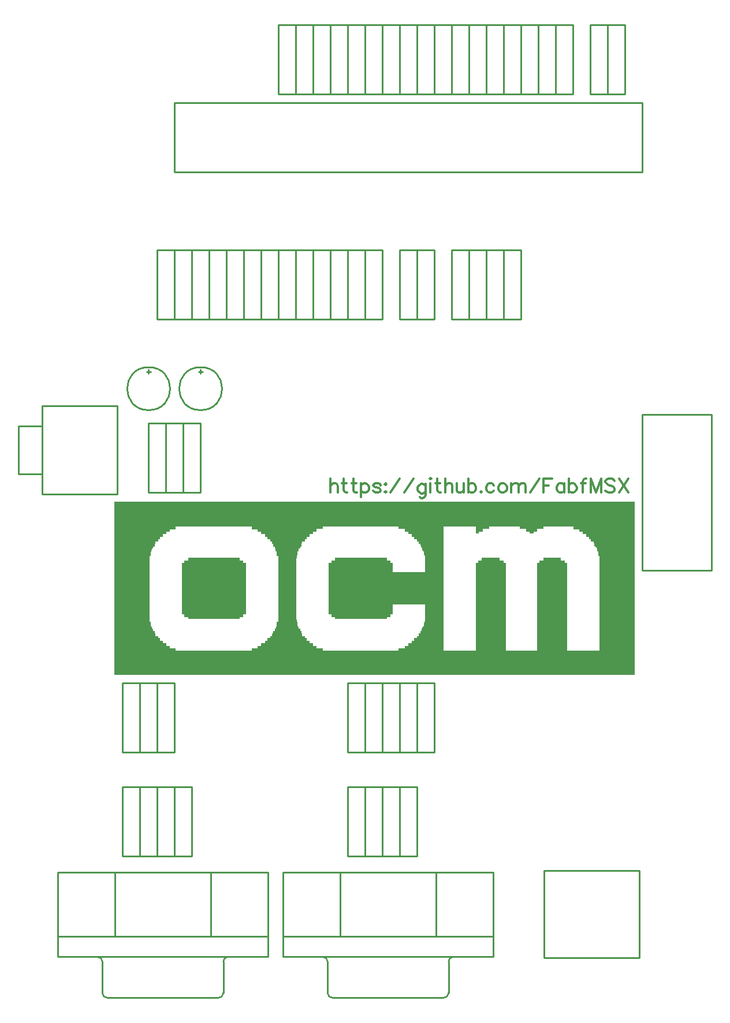
<source format=gbr>
G04 DipTrace 2.3.1.0*
%INTopSilk.gbr*%
%MOIN*%
%ADD10C,0.0098*%
%ADD12C,0.003*%
%ADD61C,0.0124*%
%FSLAX44Y44*%
G04*
G70*
G90*
G75*
G01*
%LNTopSilk*%
%LPD*%
X10437Y35205D2*
D10*
G02X10437Y35205I0J1240D01*
G01*
X10319Y37429D2*
X10555D1*
X10437Y37547D2*
Y37311D1*
X13437Y35205D2*
G02X13437Y35205I0J1240D01*
G01*
X13319Y37429D2*
X13555D1*
X13437Y37547D2*
Y37311D1*
X38937Y52937D2*
Y48937D1*
X11937Y52937D2*
Y48937D1*
X38937D2*
X11937D1*
X38937Y52937D2*
X11937D1*
X33253Y8610D2*
Y3591D1*
X38762Y8610D2*
X33253D1*
X38762D2*
Y3591D1*
X33253D1*
X7764Y1551D2*
G03X8043Y1276I281J6D01*
G01*
X7764Y3362D2*
G03X7497Y3637I-261J14D01*
G01*
X14469Y1276D2*
G03X14748Y1551I-2J281D01*
G01*
X15015Y3637D2*
G03X14748Y3362I-6J-261D01*
G01*
X7764D2*
Y1551D1*
X14748Y3362D2*
Y1551D1*
X14009Y8520D2*
Y4818D1*
X17319Y3637D2*
X5193D1*
X8503Y8520D2*
Y4818D1*
X17319Y8520D2*
X5193D1*
X14469Y1276D2*
X8043D1*
X17319Y8520D2*
Y3637D1*
X5193Y8520D2*
Y3637D1*
X17319Y4818D2*
X5193D1*
X20764Y1551D2*
G03X21043Y1276I281J6D01*
G01*
X20764Y3362D2*
G03X20497Y3637I-261J14D01*
G01*
X27469Y1276D2*
G03X27748Y1551I-2J281D01*
G01*
X28015Y3637D2*
G03X27748Y3362I-6J-261D01*
G01*
X20764D2*
Y1551D1*
X27748Y3362D2*
Y1551D1*
X27009Y8520D2*
Y4818D1*
X30319Y3637D2*
X18193D1*
X21503Y8520D2*
Y4818D1*
X30319Y8520D2*
X18193D1*
X27469Y1276D2*
X21043D1*
X30319Y8520D2*
Y3637D1*
X18193Y8520D2*
Y3637D1*
X30319Y4818D2*
X18193D1*
X17937Y53437D2*
X18937D1*
Y57437D1*
X17937D1*
Y53437D1*
X10937Y40437D2*
X11937D1*
Y44437D1*
X10937D1*
Y40437D1*
X29937D2*
X30937D1*
Y44437D1*
X29937D1*
Y40437D1*
X30937D2*
X31937D1*
Y44437D1*
X30937D1*
Y40437D1*
X11937D2*
X12937D1*
Y44437D1*
X11937D1*
Y40437D1*
X12937D2*
X13937D1*
Y44437D1*
X12937D1*
Y40437D1*
X13937D2*
X14937D1*
Y44437D1*
X13937D1*
Y40437D1*
X14937D2*
X15937D1*
Y44437D1*
X14937D1*
Y40437D1*
X15937D2*
X16937D1*
Y44437D1*
X15937D1*
Y40437D1*
X16937D2*
X17937D1*
Y44437D1*
X16937D1*
Y40437D1*
X17937D2*
X18937D1*
Y44437D1*
X17937D1*
Y40437D1*
X18937D2*
X19937D1*
Y44437D1*
X18937D1*
Y40437D1*
X19937D2*
X20937D1*
Y44437D1*
X19937D1*
Y40437D1*
X20937D2*
X21937D1*
Y44437D1*
X20937D1*
Y40437D1*
X21937D2*
X22937D1*
Y44437D1*
X21937D1*
Y40437D1*
X13437Y34437D2*
X12437D1*
Y30437D1*
X13437D1*
Y34437D1*
X35937Y53437D2*
X36937D1*
Y57437D1*
X35937D1*
Y53437D1*
X22937Y40437D2*
X23937D1*
Y44437D1*
X22937D1*
Y40437D1*
X24937D2*
X25937D1*
Y44437D1*
X24937D1*
Y40437D1*
X25937D2*
X26937D1*
Y44437D1*
X25937D1*
Y40437D1*
X27937D2*
X28937D1*
Y44437D1*
X27937D1*
Y40437D1*
X18937Y53437D2*
X19937D1*
Y57437D1*
X18937D1*
Y53437D1*
X19937D2*
X20937D1*
Y57437D1*
X19937D1*
Y53437D1*
X20937D2*
X21937D1*
Y57437D1*
X20937D1*
Y53437D1*
X21937D2*
X22937D1*
Y57437D1*
X21937D1*
Y53437D1*
X22937D2*
X23937D1*
Y57437D1*
X22937D1*
Y53437D1*
X23937D2*
X24937D1*
Y57437D1*
X23937D1*
Y53437D1*
X24937D2*
X25937D1*
Y57437D1*
X24937D1*
Y53437D1*
X25937D2*
X26937D1*
Y57437D1*
X25937D1*
Y53437D1*
X26937D2*
X27937D1*
Y57437D1*
X26937D1*
Y53437D1*
X27937D2*
X28937D1*
Y57437D1*
X27937D1*
Y53437D1*
X28937D2*
X29937D1*
Y57437D1*
X28937D1*
Y53437D1*
X29937D2*
X30937D1*
Y57437D1*
X29937D1*
Y53437D1*
X30937D2*
X31937D1*
Y57437D1*
X30937D1*
Y53437D1*
X31937D2*
X32937D1*
Y57437D1*
X31937D1*
Y53437D1*
X32937D2*
X33937D1*
Y57437D1*
X32937D1*
Y53437D1*
X33937D2*
X34937D1*
Y57437D1*
X33937D1*
Y53437D1*
X11437Y34437D2*
X10437D1*
Y30437D1*
X11437D1*
Y34437D1*
X36937Y53437D2*
X37937D1*
Y57437D1*
X36937D1*
Y53437D1*
X28937Y40437D2*
X29937D1*
Y44437D1*
X28937D1*
Y40437D1*
X8937Y9437D2*
X9937D1*
Y13437D1*
X8937D1*
Y9437D1*
Y15437D2*
X9937D1*
Y19437D1*
X8937D1*
Y15437D1*
X9937Y9437D2*
X10937D1*
Y13437D1*
X9937D1*
Y9437D1*
X10937D2*
X11937D1*
Y13437D1*
X10937D1*
Y9437D1*
X11937D2*
X12937D1*
Y13437D1*
X11937D1*
Y9437D1*
X9937Y15437D2*
X10937D1*
Y19437D1*
X9937D1*
Y15437D1*
X10937D2*
X11937D1*
Y19437D1*
X10937D1*
Y15437D1*
X25937D2*
X26937D1*
Y19437D1*
X25937D1*
Y15437D1*
X24937D2*
X25937D1*
Y19437D1*
X24937D1*
Y15437D1*
X12437Y34437D2*
X11437D1*
Y30437D1*
X12437D1*
Y34437D1*
X21937Y9437D2*
X22937D1*
Y13437D1*
X21937D1*
Y9437D1*
X22937D2*
X23937D1*
Y13437D1*
X22937D1*
Y9437D1*
X23937D2*
X24937D1*
Y13437D1*
X23937D1*
Y9437D1*
X24937D2*
X25937D1*
Y13437D1*
X24937D1*
Y9437D1*
X21937Y15437D2*
X22937D1*
Y19437D1*
X21937D1*
Y15437D1*
X22937D2*
X23937D1*
Y19437D1*
X22937D1*
Y15437D1*
X23937D2*
X24937D1*
Y19437D1*
X23937D1*
Y15437D1*
X4285Y35465D2*
X8618D1*
Y30346D1*
X4285D1*
Y35465D1*
Y34282D2*
X2909D1*
Y31529D1*
X4285D1*
X38937Y25937D2*
X42937D1*
Y34937D1*
X38937D1*
Y25937D1*
X8467Y29907D2*
D12*
X38448D1*
X8467Y29877D2*
X38448D1*
X8467Y29847D2*
X38448D1*
X8467Y29817D2*
X38448D1*
X8467Y29787D2*
X38448D1*
X8467Y29757D2*
X38448D1*
X8467Y29728D2*
X38448D1*
X8467Y29698D2*
X38448D1*
X8467Y29668D2*
X38448D1*
X8467Y29638D2*
X38448D1*
X8467Y29608D2*
X38448D1*
X8467Y29578D2*
X38448D1*
X8467Y29548D2*
X38448D1*
X8467Y29518D2*
X38448D1*
X8467Y29488D2*
X38448D1*
X8467Y29458D2*
X38448D1*
X8467Y29428D2*
X38448D1*
X8467Y29398D2*
X38448D1*
X8467Y29369D2*
X38448D1*
X8467Y29339D2*
X38448D1*
X8467Y29309D2*
X38448D1*
X8467Y29279D2*
X38448D1*
X8467Y29249D2*
X38448D1*
X8467Y29219D2*
X38448D1*
X8467Y29189D2*
X38448D1*
X8467Y29159D2*
X38448D1*
X8467Y29129D2*
X38448D1*
X8467Y29099D2*
X38448D1*
X8467Y29069D2*
X38448D1*
X8467Y29039D2*
X38448D1*
X8467Y29009D2*
X38448D1*
X8467Y28980D2*
X38448D1*
X8467Y28950D2*
X38448D1*
X8467Y28920D2*
X38448D1*
X8467Y28890D2*
X38448D1*
X8467Y28860D2*
X38448D1*
X8467Y28830D2*
X38448D1*
X8467Y28800D2*
X38448D1*
X8467Y28770D2*
X38448D1*
X8467Y28740D2*
X38448D1*
X8467Y28710D2*
X38448D1*
X8467Y28680D2*
X38448D1*
X8467Y28650D2*
X38448D1*
X8467Y28620D2*
X38448D1*
X8467Y28591D2*
X38448D1*
X8467Y28561D2*
X38448D1*
X8467Y28531D2*
X38448D1*
X8467Y28501D2*
X11968D1*
X16396D2*
X20465D1*
X24864D2*
X27407D1*
X29322D2*
X30040D1*
X31865D2*
X33182D1*
X34947D2*
X38448D1*
X8467Y28471D2*
X11968D1*
X16396D2*
X20465D1*
X24864D2*
X27407D1*
X29322D2*
X30040D1*
X31865D2*
X33182D1*
X34947D2*
X38448D1*
X8467Y28441D2*
X11968D1*
X16396D2*
X20465D1*
X24864D2*
X27407D1*
X29322D2*
X30040D1*
X31865D2*
X33182D1*
X34947D2*
X38448D1*
X8467Y28411D2*
X11968D1*
X16396D2*
X20465D1*
X24864D2*
X27407D1*
X29322D2*
X30040D1*
X31865D2*
X33182D1*
X34947D2*
X38448D1*
X8467Y28381D2*
X11968D1*
X16396D2*
X20465D1*
X24864D2*
X27407D1*
X29322D2*
X30040D1*
X31865D2*
X33182D1*
X34947D2*
X38448D1*
X8467Y28351D2*
X11639D1*
X16725D2*
X20106D1*
X25223D2*
X27407D1*
X29322D2*
X29681D1*
X32224D2*
X32823D1*
X35276D2*
X38448D1*
X8467Y28321D2*
X11639D1*
X16725D2*
X20106D1*
X25223D2*
X27407D1*
X29322D2*
X29681D1*
X32224D2*
X32823D1*
X35276D2*
X38448D1*
X8467Y28291D2*
X11639D1*
X16725D2*
X20106D1*
X25223D2*
X27407D1*
X29322D2*
X29681D1*
X32224D2*
X32823D1*
X35276D2*
X38448D1*
X8467Y28261D2*
X11639D1*
X16725D2*
X20106D1*
X25223D2*
X27407D1*
X29322D2*
X29681D1*
X32224D2*
X32823D1*
X35276D2*
X38448D1*
X8467Y28231D2*
X11429D1*
X16935D2*
X19897D1*
X25432D2*
X27407D1*
X29322D2*
X29472D1*
X32434D2*
X32613D1*
X35486D2*
X38448D1*
X8467Y28202D2*
X11429D1*
X16935D2*
X19897D1*
X25432D2*
X27407D1*
X29322D2*
X29472D1*
X32434D2*
X32613D1*
X35486D2*
X38448D1*
X8467Y28172D2*
X11429D1*
X16935D2*
X19897D1*
X25432D2*
X27407D1*
X29322D2*
X29472D1*
X32434D2*
X32613D1*
X35486D2*
X38448D1*
X8467Y28142D2*
X11429D1*
X16935D2*
X19897D1*
X25432D2*
X27407D1*
X29322D2*
X29472D1*
X32434D2*
X32613D1*
X35486D2*
X38448D1*
X8467Y28112D2*
X11429D1*
X16935D2*
X19897D1*
X25432D2*
X27407D1*
X29322D2*
X29472D1*
X32434D2*
X32613D1*
X35486D2*
X38448D1*
X8467Y28082D2*
X11220D1*
X17144D2*
X19687D1*
X25612D2*
X27407D1*
X35695D2*
X38448D1*
X8467Y28052D2*
X11220D1*
X17144D2*
X19687D1*
X25612D2*
X27407D1*
X35695D2*
X38448D1*
X8467Y28022D2*
X11220D1*
X17144D2*
X19687D1*
X25612D2*
X27407D1*
X35695D2*
X38448D1*
X8467Y27992D2*
X11220D1*
X17144D2*
X19687D1*
X25612D2*
X27407D1*
X35695D2*
X38448D1*
X8467Y27962D2*
X11220D1*
X17144D2*
X19687D1*
X25612D2*
X27407D1*
X35695D2*
X38448D1*
X8467Y27932D2*
X11070D1*
X17294D2*
X19538D1*
X25761D2*
X27407D1*
X35845D2*
X38448D1*
X8467Y27902D2*
X11070D1*
X17294D2*
X19538D1*
X25761D2*
X27407D1*
X35845D2*
X38448D1*
X8467Y27872D2*
X11070D1*
X17294D2*
X19538D1*
X25761D2*
X27407D1*
X35845D2*
X38448D1*
X8467Y27843D2*
X11070D1*
X17294D2*
X19538D1*
X25761D2*
X27407D1*
X35845D2*
X38448D1*
X8467Y27813D2*
X11070D1*
X17294D2*
X19538D1*
X25761D2*
X27407D1*
X35845D2*
X38448D1*
X8467Y27783D2*
X10950D1*
X17443D2*
X19418D1*
X25911D2*
X27407D1*
X35965D2*
X38448D1*
X8467Y27753D2*
X10950D1*
X17443D2*
X19418D1*
X25911D2*
X27407D1*
X35965D2*
X38448D1*
X8467Y27723D2*
X10950D1*
X17443D2*
X19418D1*
X25911D2*
X27407D1*
X35965D2*
X38448D1*
X8467Y27693D2*
X10950D1*
X17443D2*
X19418D1*
X25911D2*
X27407D1*
X35965D2*
X38448D1*
X8467Y27663D2*
X10801D1*
X17563D2*
X19269D1*
X26031D2*
X27407D1*
X36114D2*
X38448D1*
X8467Y27633D2*
X10801D1*
X17563D2*
X19268D1*
X26031D2*
X27407D1*
X36114D2*
X38448D1*
X8467Y27603D2*
X10801D1*
X17563D2*
X19266D1*
X26031D2*
X27407D1*
X36117D2*
X38448D1*
X8467Y27573D2*
X10801D1*
X17563D2*
X19261D1*
X26031D2*
X27407D1*
X36121D2*
X38448D1*
X8467Y27543D2*
X10801D1*
X17563D2*
X19245D1*
X26031D2*
X27407D1*
X36138D2*
X38448D1*
X8467Y27513D2*
X10741D1*
X17623D2*
X19229D1*
X26120D2*
X27407D1*
X36154D2*
X38448D1*
X8467Y27483D2*
X10741D1*
X17623D2*
X19218D1*
X26121D2*
X27407D1*
X36164D2*
X38448D1*
X8467Y27454D2*
X10741D1*
X17623D2*
X19213D1*
X26123D2*
X27407D1*
X36170D2*
X38448D1*
X8467Y27424D2*
X10741D1*
X17623D2*
X19210D1*
X26128D2*
X27407D1*
X36172D2*
X38448D1*
X8467Y27394D2*
X10741D1*
X17623D2*
X19209D1*
X26144D2*
X27407D1*
X36173D2*
X38448D1*
X8467Y27364D2*
X10651D1*
X17713D2*
X19149D1*
X26160D2*
X27407D1*
X36264D2*
X38448D1*
X8467Y27334D2*
X10651D1*
X17713D2*
X19149D1*
X26173D2*
X27407D1*
X36266D2*
X38448D1*
X8467Y27304D2*
X10651D1*
X17713D2*
X19149D1*
X26186D2*
X27407D1*
X36271D2*
X38448D1*
X8467Y27274D2*
X10651D1*
X17713D2*
X19149D1*
X26203D2*
X27407D1*
X36287D2*
X38448D1*
X8467Y27244D2*
X10591D1*
X17772D2*
X19059D1*
X26219D2*
X27407D1*
X36303D2*
X38448D1*
X8467Y27214D2*
X10591D1*
X17772D2*
X19059D1*
X26230D2*
X27407D1*
X36314D2*
X38448D1*
X8467Y27184D2*
X10589D1*
X17772D2*
X19059D1*
X26236D2*
X27407D1*
X36319D2*
X38448D1*
X8467Y27154D2*
X10584D1*
X17772D2*
X19059D1*
X26238D2*
X27407D1*
X36322D2*
X38448D1*
X8467Y27124D2*
X10568D1*
X17772D2*
X19059D1*
X26240D2*
X27407D1*
X36323D2*
X38448D1*
X8467Y27094D2*
X10552D1*
X17832D2*
X18999D1*
X26330D2*
X27407D1*
X36383D2*
X38448D1*
X8467Y27065D2*
X10541D1*
X17832D2*
X18999D1*
X26330D2*
X27407D1*
X36383D2*
X38448D1*
X8467Y27035D2*
X10536D1*
X17832D2*
X18999D1*
X26330D2*
X27407D1*
X36383D2*
X38448D1*
X8467Y27005D2*
X10533D1*
X17832D2*
X18999D1*
X26330D2*
X27407D1*
X36383D2*
X38448D1*
X8467Y26975D2*
X10532D1*
X17832D2*
X18999D1*
X26330D2*
X27407D1*
X36383D2*
X38448D1*
X8467Y26945D2*
X10532D1*
X17832D2*
X18999D1*
X26330D2*
X27407D1*
X36383D2*
X38448D1*
X8467Y26915D2*
X10532D1*
X17832D2*
X18997D1*
X26332D2*
X27407D1*
X36383D2*
X38448D1*
X8467Y26885D2*
X10532D1*
X17832D2*
X18992D1*
X26337D2*
X27407D1*
X36383D2*
X38448D1*
X8467Y26855D2*
X10532D1*
X17832D2*
X18976D1*
X26354D2*
X27407D1*
X36383D2*
X38448D1*
X8467Y26825D2*
X10442D1*
X17922D2*
X18960D1*
X26369D2*
X27407D1*
X36473D2*
X38448D1*
X8467Y26795D2*
X10442D1*
X17922D2*
X18949D1*
X26380D2*
X27407D1*
X36473D2*
X38448D1*
X8467Y26765D2*
X10442D1*
X17922D2*
X18944D1*
X26386D2*
X27407D1*
X36473D2*
X38448D1*
X8467Y26735D2*
X10442D1*
X17922D2*
X18941D1*
X26388D2*
X27407D1*
X36473D2*
X38448D1*
X8467Y26706D2*
X10442D1*
X17922D2*
X18940D1*
X26389D2*
X27407D1*
X36473D2*
X38448D1*
X8467Y26676D2*
X10442D1*
X12716D2*
X15648D1*
X17922D2*
X18940D1*
X21183D2*
X24146D1*
X26390D2*
X27407D1*
X29651D2*
X30669D1*
X33212D2*
X34199D1*
X36473D2*
X38448D1*
X8467Y26646D2*
X10442D1*
X12716D2*
X15648D1*
X17922D2*
X18939D1*
X21183D2*
X24146D1*
X26390D2*
X27407D1*
X29651D2*
X30669D1*
X33212D2*
X34199D1*
X36473D2*
X38448D1*
X8467Y26616D2*
X10442D1*
X12716D2*
X15648D1*
X17922D2*
X18939D1*
X21183D2*
X24146D1*
X26390D2*
X27407D1*
X29651D2*
X30669D1*
X33212D2*
X34199D1*
X36473D2*
X38448D1*
X8467Y26586D2*
X10442D1*
X12716D2*
X15648D1*
X17922D2*
X18939D1*
X21183D2*
X24146D1*
X26390D2*
X27407D1*
X29651D2*
X30669D1*
X33212D2*
X34199D1*
X36473D2*
X38448D1*
X8467Y26556D2*
X10442D1*
X12716D2*
X15648D1*
X17922D2*
X18939D1*
X21183D2*
X24146D1*
X26390D2*
X27407D1*
X29651D2*
X30669D1*
X33212D2*
X34199D1*
X36473D2*
X38448D1*
X8467Y26526D2*
X10442D1*
X12506D2*
X15857D1*
X17922D2*
X18939D1*
X20974D2*
X24355D1*
X26390D2*
X27407D1*
X29442D2*
X30878D1*
X33002D2*
X34409D1*
X36473D2*
X38448D1*
X8467Y26496D2*
X10442D1*
X12506D2*
X15857D1*
X17922D2*
X18939D1*
X20974D2*
X24355D1*
X26390D2*
X27407D1*
X29442D2*
X30878D1*
X33002D2*
X34409D1*
X36473D2*
X38448D1*
X8467Y26466D2*
X10442D1*
X12506D2*
X15857D1*
X17922D2*
X18939D1*
X20974D2*
X24355D1*
X26390D2*
X27407D1*
X29442D2*
X30878D1*
X33002D2*
X34409D1*
X36473D2*
X38448D1*
X8467Y26436D2*
X10442D1*
X12506D2*
X15857D1*
X17922D2*
X18939D1*
X20974D2*
X24355D1*
X26390D2*
X27407D1*
X29442D2*
X30878D1*
X33002D2*
X34409D1*
X36473D2*
X38448D1*
X8467Y26406D2*
X10442D1*
X12506D2*
X15857D1*
X17922D2*
X18939D1*
X20974D2*
X24355D1*
X26390D2*
X27407D1*
X29442D2*
X30878D1*
X33002D2*
X34409D1*
X36473D2*
X38448D1*
X8467Y26376D2*
X10442D1*
X12357D2*
X16007D1*
X17922D2*
X18939D1*
X20824D2*
X24475D1*
X26390D2*
X27407D1*
X29322D2*
X31028D1*
X32853D2*
X34558D1*
X36473D2*
X38448D1*
X8467Y26346D2*
X10442D1*
X12357D2*
X16007D1*
X17922D2*
X18939D1*
X20824D2*
X24475D1*
X26390D2*
X27407D1*
X29322D2*
X31028D1*
X32853D2*
X34558D1*
X36473D2*
X38448D1*
X8467Y26317D2*
X10442D1*
X12357D2*
X16007D1*
X17922D2*
X18939D1*
X20824D2*
X24475D1*
X26390D2*
X27407D1*
X29322D2*
X31028D1*
X32853D2*
X34558D1*
X36473D2*
X38448D1*
X8467Y26287D2*
X10442D1*
X12357D2*
X16007D1*
X17922D2*
X18939D1*
X20824D2*
X24475D1*
X26390D2*
X27407D1*
X29322D2*
X31028D1*
X32853D2*
X34558D1*
X36473D2*
X38448D1*
X8467Y26257D2*
X10442D1*
X12357D2*
X16007D1*
X17922D2*
X18939D1*
X20824D2*
X24475D1*
X26390D2*
X27407D1*
X29322D2*
X31028D1*
X32853D2*
X34558D1*
X36473D2*
X38448D1*
X8467Y26227D2*
X10442D1*
X12357D2*
X16007D1*
X17922D2*
X18939D1*
X20824D2*
X24475D1*
X26390D2*
X27407D1*
X29322D2*
X31028D1*
X32853D2*
X34558D1*
X36473D2*
X38448D1*
X8467Y26197D2*
X10442D1*
X12357D2*
X16007D1*
X17922D2*
X18939D1*
X20824D2*
X24475D1*
X26390D2*
X27407D1*
X29322D2*
X31028D1*
X32853D2*
X34558D1*
X36473D2*
X38448D1*
X8467Y26167D2*
X10442D1*
X12357D2*
X16007D1*
X17922D2*
X18939D1*
X20824D2*
X24475D1*
X26390D2*
X27407D1*
X29322D2*
X31028D1*
X32853D2*
X34558D1*
X36473D2*
X38448D1*
X8467Y26137D2*
X10442D1*
X12357D2*
X16007D1*
X17922D2*
X18939D1*
X20824D2*
X24475D1*
X26390D2*
X27407D1*
X29322D2*
X31028D1*
X32853D2*
X34558D1*
X36473D2*
X38448D1*
X8467Y26107D2*
X10442D1*
X12357D2*
X16007D1*
X17922D2*
X18939D1*
X20824D2*
X24475D1*
X26390D2*
X27407D1*
X29322D2*
X31028D1*
X32853D2*
X34558D1*
X36473D2*
X38448D1*
X8467Y26077D2*
X10442D1*
X12357D2*
X16007D1*
X17922D2*
X18939D1*
X20824D2*
X24475D1*
X26390D2*
X27407D1*
X29322D2*
X31028D1*
X32853D2*
X34558D1*
X36473D2*
X38448D1*
X8467Y26047D2*
X10442D1*
X12357D2*
X16007D1*
X17922D2*
X18939D1*
X20824D2*
X24475D1*
X26390D2*
X27407D1*
X29322D2*
X31028D1*
X32853D2*
X34558D1*
X36473D2*
X38448D1*
X8467Y26017D2*
X10442D1*
X12357D2*
X16007D1*
X17922D2*
X18939D1*
X20824D2*
X24475D1*
X26390D2*
X27407D1*
X29322D2*
X31028D1*
X32853D2*
X34558D1*
X36473D2*
X38448D1*
X8467Y25987D2*
X10442D1*
X12357D2*
X16007D1*
X17922D2*
X18939D1*
X20824D2*
X24475D1*
X26390D2*
X27407D1*
X29322D2*
X31028D1*
X32853D2*
X34558D1*
X36473D2*
X38448D1*
X8467Y25957D2*
X10442D1*
X12357D2*
X16007D1*
X17922D2*
X18939D1*
X20824D2*
X24475D1*
X26390D2*
X27407D1*
X29322D2*
X31028D1*
X32853D2*
X34558D1*
X36473D2*
X38448D1*
X8467Y25928D2*
X10442D1*
X12357D2*
X16007D1*
X17922D2*
X18939D1*
X20824D2*
X24475D1*
X26390D2*
X27407D1*
X29322D2*
X31028D1*
X32853D2*
X34558D1*
X36473D2*
X38448D1*
X8467Y25898D2*
X10442D1*
X12357D2*
X16007D1*
X17922D2*
X18939D1*
X20824D2*
X24475D1*
X26390D2*
X27407D1*
X29322D2*
X31028D1*
X32853D2*
X34558D1*
X36473D2*
X38448D1*
X8467Y25868D2*
X10442D1*
X12357D2*
X16007D1*
X17922D2*
X18939D1*
X20824D2*
X24475D1*
X26390D2*
X27407D1*
X29322D2*
X31028D1*
X32853D2*
X34558D1*
X36473D2*
X38448D1*
X8467Y25838D2*
X10442D1*
X12357D2*
X16007D1*
X17922D2*
X18939D1*
X20824D2*
X27407D1*
X29322D2*
X31028D1*
X32853D2*
X34558D1*
X36473D2*
X38448D1*
X8467Y25808D2*
X10442D1*
X12357D2*
X16007D1*
X17922D2*
X18939D1*
X20824D2*
X27407D1*
X29322D2*
X31028D1*
X32853D2*
X34558D1*
X36473D2*
X38448D1*
X8467Y25778D2*
X10442D1*
X12357D2*
X16007D1*
X17922D2*
X18939D1*
X20824D2*
X27407D1*
X29322D2*
X31028D1*
X32853D2*
X34558D1*
X36473D2*
X38448D1*
X8467Y25748D2*
X10442D1*
X12357D2*
X16007D1*
X17922D2*
X18939D1*
X20824D2*
X27407D1*
X29322D2*
X31028D1*
X32853D2*
X34558D1*
X36473D2*
X38448D1*
X8467Y25718D2*
X10442D1*
X12357D2*
X16007D1*
X17922D2*
X18939D1*
X20824D2*
X27407D1*
X29322D2*
X31028D1*
X32853D2*
X34558D1*
X36473D2*
X38448D1*
X8467Y25688D2*
X10442D1*
X12357D2*
X16007D1*
X17922D2*
X18939D1*
X20824D2*
X27407D1*
X29322D2*
X31028D1*
X32853D2*
X34558D1*
X36473D2*
X38448D1*
X8467Y25658D2*
X10442D1*
X12357D2*
X16007D1*
X17922D2*
X18939D1*
X20824D2*
X27407D1*
X29322D2*
X31028D1*
X32853D2*
X34558D1*
X36473D2*
X38448D1*
X8467Y25628D2*
X10442D1*
X12357D2*
X16007D1*
X17922D2*
X18939D1*
X20824D2*
X27407D1*
X29322D2*
X31028D1*
X32853D2*
X34558D1*
X36473D2*
X38448D1*
X8467Y25598D2*
X10442D1*
X12357D2*
X16007D1*
X17922D2*
X18939D1*
X20824D2*
X27407D1*
X29322D2*
X31028D1*
X32853D2*
X34558D1*
X36473D2*
X38448D1*
X8467Y25569D2*
X10442D1*
X12357D2*
X16007D1*
X17922D2*
X18939D1*
X20824D2*
X27407D1*
X29322D2*
X31028D1*
X32853D2*
X34558D1*
X36473D2*
X38448D1*
X8467Y25539D2*
X10442D1*
X12357D2*
X16007D1*
X17922D2*
X18939D1*
X20824D2*
X27407D1*
X29322D2*
X31028D1*
X32853D2*
X34558D1*
X36473D2*
X38448D1*
X8467Y25509D2*
X10442D1*
X12357D2*
X16007D1*
X17922D2*
X18939D1*
X20824D2*
X27407D1*
X29322D2*
X31028D1*
X32853D2*
X34558D1*
X36473D2*
X38448D1*
X8467Y25479D2*
X10442D1*
X12357D2*
X16007D1*
X17922D2*
X18939D1*
X20824D2*
X27407D1*
X29322D2*
X31028D1*
X32853D2*
X34558D1*
X36473D2*
X38448D1*
X8467Y25449D2*
X10442D1*
X12357D2*
X16007D1*
X17922D2*
X18939D1*
X20824D2*
X27407D1*
X29322D2*
X31028D1*
X32853D2*
X34558D1*
X36473D2*
X38448D1*
X8467Y25419D2*
X10442D1*
X12357D2*
X16007D1*
X17922D2*
X18939D1*
X20824D2*
X27407D1*
X29322D2*
X31028D1*
X32853D2*
X34558D1*
X36473D2*
X38448D1*
X8467Y25389D2*
X10442D1*
X12357D2*
X16007D1*
X17922D2*
X18939D1*
X20824D2*
X27407D1*
X29322D2*
X31028D1*
X32853D2*
X34558D1*
X36473D2*
X38448D1*
X8467Y25359D2*
X10442D1*
X12357D2*
X16007D1*
X17922D2*
X18939D1*
X20824D2*
X27407D1*
X29322D2*
X31028D1*
X32853D2*
X34558D1*
X36473D2*
X38448D1*
X8467Y25329D2*
X10442D1*
X12357D2*
X16007D1*
X17922D2*
X18939D1*
X20824D2*
X27407D1*
X29322D2*
X31028D1*
X32853D2*
X34558D1*
X36473D2*
X38448D1*
X8467Y25299D2*
X10442D1*
X12357D2*
X16007D1*
X17922D2*
X18939D1*
X20824D2*
X27407D1*
X29322D2*
X31028D1*
X32853D2*
X34558D1*
X36473D2*
X38448D1*
X8467Y25269D2*
X10442D1*
X12357D2*
X16007D1*
X17922D2*
X18939D1*
X20824D2*
X27407D1*
X29322D2*
X31028D1*
X32853D2*
X34558D1*
X36473D2*
X38448D1*
X8467Y25239D2*
X10442D1*
X12357D2*
X16007D1*
X17922D2*
X18939D1*
X20824D2*
X27407D1*
X29322D2*
X31028D1*
X32853D2*
X34558D1*
X36473D2*
X38448D1*
X8467Y25209D2*
X10442D1*
X12357D2*
X16007D1*
X17922D2*
X18939D1*
X20824D2*
X27407D1*
X29322D2*
X31028D1*
X32853D2*
X34558D1*
X36473D2*
X38448D1*
X8467Y25180D2*
X10442D1*
X12357D2*
X16007D1*
X17922D2*
X18939D1*
X20824D2*
X27407D1*
X29322D2*
X31028D1*
X32853D2*
X34558D1*
X36473D2*
X38448D1*
X8467Y25150D2*
X10442D1*
X12357D2*
X16007D1*
X17922D2*
X18939D1*
X20824D2*
X27407D1*
X29322D2*
X31028D1*
X32853D2*
X34558D1*
X36473D2*
X38448D1*
X8467Y25120D2*
X10442D1*
X12357D2*
X16007D1*
X17922D2*
X18939D1*
X20824D2*
X27407D1*
X29322D2*
X31028D1*
X32853D2*
X34558D1*
X36473D2*
X38448D1*
X8467Y25090D2*
X10442D1*
X12357D2*
X16007D1*
X17922D2*
X18939D1*
X20824D2*
X27407D1*
X29322D2*
X31028D1*
X32853D2*
X34558D1*
X36473D2*
X38448D1*
X8467Y25060D2*
X10442D1*
X12357D2*
X16007D1*
X17922D2*
X18939D1*
X20824D2*
X27407D1*
X29322D2*
X31028D1*
X32853D2*
X34558D1*
X36473D2*
X38448D1*
X8467Y25030D2*
X10442D1*
X12357D2*
X16007D1*
X17922D2*
X18939D1*
X20824D2*
X27407D1*
X29322D2*
X31028D1*
X32853D2*
X34558D1*
X36473D2*
X38448D1*
X8467Y25000D2*
X10442D1*
X12357D2*
X16007D1*
X17922D2*
X18939D1*
X20824D2*
X27407D1*
X29322D2*
X31028D1*
X32853D2*
X34558D1*
X36473D2*
X38448D1*
X8467Y24970D2*
X10442D1*
X12357D2*
X16007D1*
X17922D2*
X18939D1*
X20824D2*
X27407D1*
X29322D2*
X31028D1*
X32853D2*
X34558D1*
X36473D2*
X38448D1*
X8467Y24940D2*
X10442D1*
X12357D2*
X16007D1*
X17922D2*
X18939D1*
X20824D2*
X27407D1*
X29322D2*
X31028D1*
X32853D2*
X34558D1*
X36473D2*
X38448D1*
X8467Y24910D2*
X10442D1*
X12357D2*
X16007D1*
X17922D2*
X18939D1*
X20824D2*
X27407D1*
X29322D2*
X31028D1*
X32853D2*
X34558D1*
X36473D2*
X38448D1*
X8467Y24880D2*
X10442D1*
X12357D2*
X16007D1*
X17922D2*
X18939D1*
X20824D2*
X27407D1*
X29322D2*
X31028D1*
X32853D2*
X34558D1*
X36473D2*
X38448D1*
X8467Y24850D2*
X10442D1*
X12357D2*
X16007D1*
X17922D2*
X18939D1*
X20824D2*
X27407D1*
X29322D2*
X31028D1*
X32853D2*
X34558D1*
X36473D2*
X38448D1*
X8467Y24820D2*
X10442D1*
X12357D2*
X16007D1*
X17922D2*
X18939D1*
X20824D2*
X27407D1*
X29322D2*
X31028D1*
X32853D2*
X34558D1*
X36473D2*
X38448D1*
X8467Y24791D2*
X10442D1*
X12357D2*
X16007D1*
X17922D2*
X18939D1*
X20824D2*
X27407D1*
X29322D2*
X31028D1*
X32853D2*
X34558D1*
X36473D2*
X38448D1*
X8467Y24761D2*
X10442D1*
X12357D2*
X16007D1*
X17922D2*
X18939D1*
X20824D2*
X27407D1*
X29322D2*
X31028D1*
X32853D2*
X34558D1*
X36473D2*
X38448D1*
X8467Y24731D2*
X10442D1*
X12357D2*
X16007D1*
X17922D2*
X18939D1*
X20824D2*
X27407D1*
X29322D2*
X31028D1*
X32853D2*
X34558D1*
X36473D2*
X38448D1*
X8467Y24701D2*
X10442D1*
X12357D2*
X16007D1*
X17922D2*
X18939D1*
X20824D2*
X27407D1*
X29322D2*
X31028D1*
X32853D2*
X34558D1*
X36473D2*
X38448D1*
X8467Y24671D2*
X10442D1*
X12357D2*
X16007D1*
X17922D2*
X18939D1*
X20824D2*
X27407D1*
X29322D2*
X31028D1*
X32853D2*
X34558D1*
X36473D2*
X38448D1*
X8467Y24641D2*
X10442D1*
X12357D2*
X16007D1*
X17922D2*
X18939D1*
X20824D2*
X27407D1*
X29322D2*
X31028D1*
X32853D2*
X34558D1*
X36473D2*
X38448D1*
X8467Y24611D2*
X10442D1*
X12357D2*
X16007D1*
X17922D2*
X18939D1*
X20824D2*
X27407D1*
X29322D2*
X31028D1*
X32853D2*
X34558D1*
X36473D2*
X38448D1*
X8467Y24581D2*
X10442D1*
X12357D2*
X16007D1*
X17922D2*
X18939D1*
X20824D2*
X27407D1*
X29322D2*
X31028D1*
X32853D2*
X34558D1*
X36473D2*
X38448D1*
X8467Y24551D2*
X10442D1*
X12357D2*
X16007D1*
X17922D2*
X18939D1*
X20824D2*
X27407D1*
X29322D2*
X31028D1*
X32853D2*
X34558D1*
X36473D2*
X38448D1*
X8467Y24521D2*
X10442D1*
X12357D2*
X16007D1*
X17922D2*
X18939D1*
X20824D2*
X27407D1*
X29322D2*
X31028D1*
X32853D2*
X34558D1*
X36473D2*
X38448D1*
X8467Y24491D2*
X10442D1*
X12357D2*
X16007D1*
X17922D2*
X18939D1*
X20824D2*
X27407D1*
X29322D2*
X31028D1*
X32853D2*
X34558D1*
X36473D2*
X38448D1*
X8467Y24461D2*
X10442D1*
X12357D2*
X16007D1*
X17922D2*
X18939D1*
X20824D2*
X27407D1*
X29322D2*
X31028D1*
X32853D2*
X34558D1*
X36473D2*
X38448D1*
X8467Y24431D2*
X10442D1*
X12357D2*
X16007D1*
X17922D2*
X18939D1*
X20824D2*
X27407D1*
X29322D2*
X31028D1*
X32853D2*
X34558D1*
X36473D2*
X38448D1*
X8467Y24402D2*
X10442D1*
X12357D2*
X16007D1*
X17922D2*
X18939D1*
X20824D2*
X27407D1*
X29322D2*
X31028D1*
X32853D2*
X34558D1*
X36473D2*
X38448D1*
X8467Y24372D2*
X10442D1*
X12357D2*
X16007D1*
X17922D2*
X18939D1*
X20824D2*
X27407D1*
X29322D2*
X31028D1*
X32853D2*
X34558D1*
X36473D2*
X38448D1*
X8467Y24342D2*
X10442D1*
X12357D2*
X16007D1*
X17922D2*
X18939D1*
X20824D2*
X27407D1*
X29322D2*
X31028D1*
X32853D2*
X34558D1*
X36473D2*
X38448D1*
X8467Y24312D2*
X10442D1*
X12357D2*
X16007D1*
X17922D2*
X18939D1*
X20824D2*
X27407D1*
X29322D2*
X31028D1*
X32853D2*
X34558D1*
X36473D2*
X38448D1*
X8467Y24282D2*
X10442D1*
X12357D2*
X16007D1*
X17922D2*
X18939D1*
X20824D2*
X27407D1*
X29322D2*
X31028D1*
X32853D2*
X34558D1*
X36473D2*
X38448D1*
X8467Y24252D2*
X10442D1*
X12357D2*
X16007D1*
X17922D2*
X18939D1*
X20824D2*
X27407D1*
X29322D2*
X31028D1*
X32853D2*
X34558D1*
X36473D2*
X38448D1*
X8467Y24222D2*
X10442D1*
X12357D2*
X16007D1*
X17922D2*
X18939D1*
X20824D2*
X27407D1*
X29322D2*
X31028D1*
X32853D2*
X34558D1*
X36473D2*
X38448D1*
X8467Y24192D2*
X10442D1*
X12357D2*
X16007D1*
X17922D2*
X18939D1*
X20824D2*
X27407D1*
X29322D2*
X31028D1*
X32853D2*
X34558D1*
X36473D2*
X38448D1*
X8467Y24162D2*
X10442D1*
X12357D2*
X16007D1*
X17922D2*
X18939D1*
X20824D2*
X27407D1*
X29322D2*
X31028D1*
X32853D2*
X34558D1*
X36473D2*
X38448D1*
X8467Y24132D2*
X10442D1*
X12357D2*
X16007D1*
X17922D2*
X18939D1*
X20824D2*
X27407D1*
X29322D2*
X31028D1*
X32853D2*
X34558D1*
X36473D2*
X38448D1*
X8467Y24102D2*
X10442D1*
X12357D2*
X16007D1*
X17922D2*
X18939D1*
X20824D2*
X27407D1*
X29322D2*
X31028D1*
X32853D2*
X34558D1*
X36473D2*
X38448D1*
X8467Y24072D2*
X10442D1*
X12357D2*
X16007D1*
X17922D2*
X18939D1*
X20824D2*
X27407D1*
X29322D2*
X31028D1*
X32853D2*
X34558D1*
X36473D2*
X38448D1*
X8467Y24043D2*
X10442D1*
X12357D2*
X16007D1*
X17922D2*
X18939D1*
X20824D2*
X27407D1*
X29322D2*
X31028D1*
X32853D2*
X34558D1*
X36473D2*
X38448D1*
X8467Y24013D2*
X10442D1*
X12357D2*
X16007D1*
X17922D2*
X18939D1*
X20824D2*
X27407D1*
X29322D2*
X31028D1*
X32853D2*
X34558D1*
X36473D2*
X38448D1*
X8467Y23983D2*
X10442D1*
X12357D2*
X16007D1*
X17922D2*
X18939D1*
X20824D2*
X24475D1*
X26390D2*
X27407D1*
X29322D2*
X31028D1*
X32853D2*
X34558D1*
X36473D2*
X38448D1*
X8467Y23953D2*
X10442D1*
X12357D2*
X16007D1*
X17922D2*
X18939D1*
X20824D2*
X24475D1*
X26390D2*
X27407D1*
X29322D2*
X31028D1*
X32853D2*
X34558D1*
X36473D2*
X38448D1*
X8467Y23923D2*
X10442D1*
X12357D2*
X16007D1*
X17922D2*
X18939D1*
X20824D2*
X24475D1*
X26390D2*
X27407D1*
X29322D2*
X31028D1*
X32853D2*
X34558D1*
X36473D2*
X38448D1*
X8467Y23893D2*
X10442D1*
X12357D2*
X16007D1*
X17922D2*
X18939D1*
X20824D2*
X24475D1*
X26390D2*
X27407D1*
X29322D2*
X31028D1*
X32853D2*
X34558D1*
X36473D2*
X38448D1*
X8467Y23863D2*
X10442D1*
X12357D2*
X16007D1*
X17922D2*
X18939D1*
X20824D2*
X24475D1*
X26390D2*
X27407D1*
X29322D2*
X31028D1*
X32853D2*
X34558D1*
X36473D2*
X38448D1*
X8467Y23833D2*
X10442D1*
X12357D2*
X16007D1*
X17922D2*
X18939D1*
X20824D2*
X24475D1*
X26390D2*
X27407D1*
X29322D2*
X31028D1*
X32853D2*
X34558D1*
X36473D2*
X38448D1*
X8467Y23803D2*
X10442D1*
X12357D2*
X16007D1*
X17922D2*
X18939D1*
X20824D2*
X24475D1*
X26390D2*
X27407D1*
X29322D2*
X31028D1*
X32853D2*
X34558D1*
X36473D2*
X38448D1*
X8467Y23773D2*
X10442D1*
X12357D2*
X16007D1*
X17922D2*
X18939D1*
X20824D2*
X24475D1*
X26390D2*
X27407D1*
X29322D2*
X31028D1*
X32853D2*
X34558D1*
X36473D2*
X38448D1*
X8467Y23743D2*
X10442D1*
X12357D2*
X16007D1*
X17922D2*
X18939D1*
X20824D2*
X24475D1*
X26390D2*
X27407D1*
X29322D2*
X31028D1*
X32853D2*
X34558D1*
X36473D2*
X38448D1*
X8467Y23713D2*
X10442D1*
X12357D2*
X16007D1*
X17922D2*
X18939D1*
X20824D2*
X24475D1*
X26390D2*
X27407D1*
X29322D2*
X31028D1*
X32853D2*
X34558D1*
X36473D2*
X38448D1*
X8467Y23683D2*
X10442D1*
X12357D2*
X16007D1*
X17922D2*
X18939D1*
X20824D2*
X24475D1*
X26390D2*
X27407D1*
X29322D2*
X31028D1*
X32853D2*
X34558D1*
X36473D2*
X38448D1*
X8467Y23654D2*
X10442D1*
X12357D2*
X16007D1*
X17922D2*
X18939D1*
X20824D2*
X24475D1*
X26390D2*
X27407D1*
X29322D2*
X31028D1*
X32853D2*
X34558D1*
X36473D2*
X38448D1*
X8467Y23624D2*
X10442D1*
X12357D2*
X16007D1*
X17922D2*
X18939D1*
X20824D2*
X24475D1*
X26390D2*
X27407D1*
X29322D2*
X31028D1*
X32853D2*
X34558D1*
X36473D2*
X38448D1*
X8467Y23594D2*
X10442D1*
X12357D2*
X16007D1*
X17922D2*
X18939D1*
X20824D2*
X24475D1*
X26390D2*
X27407D1*
X29322D2*
X31028D1*
X32853D2*
X34558D1*
X36473D2*
X38448D1*
X8467Y23564D2*
X10442D1*
X12357D2*
X16007D1*
X17922D2*
X18939D1*
X20824D2*
X24475D1*
X26390D2*
X27407D1*
X29322D2*
X31028D1*
X32853D2*
X34558D1*
X36473D2*
X38448D1*
X8467Y23534D2*
X10442D1*
X12357D2*
X16007D1*
X17922D2*
X18939D1*
X20824D2*
X24475D1*
X26390D2*
X27407D1*
X29322D2*
X31028D1*
X32853D2*
X34558D1*
X36473D2*
X38448D1*
X8467Y23504D2*
X10442D1*
X12357D2*
X16007D1*
X17922D2*
X18939D1*
X20824D2*
X24475D1*
X26390D2*
X27407D1*
X29322D2*
X31028D1*
X32853D2*
X34558D1*
X36473D2*
X38448D1*
X8467Y23474D2*
X10442D1*
X12357D2*
X16007D1*
X17922D2*
X18939D1*
X20824D2*
X24475D1*
X26390D2*
X27407D1*
X29322D2*
X31028D1*
X32853D2*
X34558D1*
X36473D2*
X38448D1*
X8467Y23444D2*
X10442D1*
X12506D2*
X15857D1*
X17922D2*
X18939D1*
X20974D2*
X24355D1*
X26390D2*
X27407D1*
X29322D2*
X31028D1*
X32853D2*
X34558D1*
X36473D2*
X38448D1*
X8467Y23414D2*
X10442D1*
X12506D2*
X15857D1*
X17922D2*
X18939D1*
X20974D2*
X24355D1*
X26390D2*
X27407D1*
X29322D2*
X31028D1*
X32853D2*
X34558D1*
X36473D2*
X38448D1*
X8467Y23384D2*
X10442D1*
X12506D2*
X15857D1*
X17922D2*
X18939D1*
X20974D2*
X24355D1*
X26390D2*
X27407D1*
X29322D2*
X31028D1*
X32853D2*
X34558D1*
X36473D2*
X38448D1*
X8467Y23354D2*
X10442D1*
X12506D2*
X15857D1*
X17922D2*
X18939D1*
X20974D2*
X24355D1*
X26390D2*
X27407D1*
X29322D2*
X31028D1*
X32853D2*
X34558D1*
X36473D2*
X38448D1*
X8467Y23324D2*
X10442D1*
X12506D2*
X15857D1*
X17922D2*
X18939D1*
X20974D2*
X24355D1*
X26390D2*
X27407D1*
X29322D2*
X31028D1*
X32853D2*
X34558D1*
X36473D2*
X38448D1*
X8467Y23294D2*
X10442D1*
X12716D2*
X15648D1*
X17922D2*
X18939D1*
X21183D2*
X24146D1*
X26390D2*
X27407D1*
X29322D2*
X31028D1*
X32853D2*
X34558D1*
X36473D2*
X38448D1*
X8467Y23265D2*
X10442D1*
X12716D2*
X15648D1*
X17922D2*
X18939D1*
X21183D2*
X24146D1*
X26390D2*
X27407D1*
X29322D2*
X31028D1*
X32853D2*
X34558D1*
X36473D2*
X38448D1*
X8467Y23235D2*
X10442D1*
X12716D2*
X15648D1*
X17922D2*
X18939D1*
X21183D2*
X24146D1*
X26390D2*
X27407D1*
X29322D2*
X31028D1*
X32853D2*
X34558D1*
X36473D2*
X38448D1*
X8467Y23205D2*
X10442D1*
X12716D2*
X15648D1*
X17922D2*
X18939D1*
X21183D2*
X24146D1*
X26390D2*
X27407D1*
X29322D2*
X31028D1*
X32853D2*
X34558D1*
X36473D2*
X38448D1*
X8467Y23175D2*
X10442D1*
X12716D2*
X15648D1*
X17922D2*
X18939D1*
X21183D2*
X24146D1*
X26390D2*
X27407D1*
X29322D2*
X31028D1*
X32853D2*
X34558D1*
X36473D2*
X38448D1*
X8467Y23145D2*
X10442D1*
X17922D2*
X18939D1*
X26390D2*
X27407D1*
X29322D2*
X31028D1*
X32853D2*
X34558D1*
X36473D2*
X38448D1*
X8467Y23115D2*
X10442D1*
X17922D2*
X18940D1*
X26390D2*
X27407D1*
X29322D2*
X31028D1*
X32853D2*
X34558D1*
X36473D2*
X38448D1*
X8467Y23085D2*
X10442D1*
X17922D2*
X18942D1*
X26387D2*
X27407D1*
X29322D2*
X31028D1*
X32853D2*
X34558D1*
X36473D2*
X38448D1*
X8467Y23055D2*
X10442D1*
X17922D2*
X18947D1*
X26383D2*
X27407D1*
X29322D2*
X31028D1*
X32853D2*
X34558D1*
X36473D2*
X38448D1*
X8467Y23025D2*
X10442D1*
X17922D2*
X18963D1*
X26366D2*
X27407D1*
X29322D2*
X31028D1*
X32853D2*
X34558D1*
X36473D2*
X38448D1*
X8467Y22995D2*
X10531D1*
X17832D2*
X18979D1*
X26350D2*
X27407D1*
X29322D2*
X31028D1*
X32853D2*
X34558D1*
X36473D2*
X38448D1*
X8467Y22965D2*
X10531D1*
X17832D2*
X18989D1*
X26340D2*
X27407D1*
X29322D2*
X31028D1*
X32853D2*
X34558D1*
X36473D2*
X38448D1*
X8467Y22935D2*
X10531D1*
X17832D2*
X18995D1*
X26334D2*
X27407D1*
X29322D2*
X31028D1*
X32853D2*
X34558D1*
X36473D2*
X38448D1*
X8467Y22906D2*
X10531D1*
X17832D2*
X18998D1*
X26332D2*
X27407D1*
X29322D2*
X31028D1*
X32853D2*
X34558D1*
X36473D2*
X38448D1*
X8467Y22876D2*
X10531D1*
X17832D2*
X18999D1*
X26331D2*
X27407D1*
X29322D2*
X31028D1*
X32853D2*
X34558D1*
X36473D2*
X38448D1*
X8467Y22846D2*
X10532D1*
X17832D2*
X18999D1*
X26330D2*
X27407D1*
X29322D2*
X31028D1*
X32853D2*
X34558D1*
X36473D2*
X38448D1*
X8467Y22816D2*
X10534D1*
X17830D2*
X19001D1*
X26330D2*
X27407D1*
X29322D2*
X31028D1*
X32853D2*
X34558D1*
X36473D2*
X38448D1*
X8467Y22786D2*
X10539D1*
X17825D2*
X19006D1*
X26330D2*
X27407D1*
X29322D2*
X31028D1*
X32853D2*
X34558D1*
X36473D2*
X38448D1*
X8467Y22756D2*
X10555D1*
X17809D2*
X19023D1*
X26330D2*
X27407D1*
X29322D2*
X31028D1*
X32853D2*
X34558D1*
X36473D2*
X38448D1*
X8467Y22726D2*
X10571D1*
X17793D2*
X19039D1*
X26240D2*
X27407D1*
X29322D2*
X31028D1*
X32853D2*
X34558D1*
X36473D2*
X38448D1*
X8467Y22696D2*
X10582D1*
X17782D2*
X19049D1*
X26240D2*
X27407D1*
X29322D2*
X31028D1*
X32853D2*
X34558D1*
X36473D2*
X38448D1*
X8467Y22666D2*
X10589D1*
X17774D2*
X19055D1*
X26238D2*
X27407D1*
X29322D2*
X31028D1*
X32853D2*
X34558D1*
X36473D2*
X38448D1*
X8467Y22636D2*
X10600D1*
X17764D2*
X19057D1*
X26233D2*
X27407D1*
X29322D2*
X31028D1*
X32853D2*
X34558D1*
X36473D2*
X38448D1*
X8467Y22606D2*
X10615D1*
X17749D2*
X19058D1*
X26217D2*
X27407D1*
X29322D2*
X31028D1*
X32853D2*
X34558D1*
X36473D2*
X38448D1*
X8467Y22576D2*
X10631D1*
X17733D2*
X19149D1*
X26201D2*
X27407D1*
X29322D2*
X31028D1*
X32853D2*
X34558D1*
X36473D2*
X38448D1*
X8467Y22546D2*
X10641D1*
X17722D2*
X19149D1*
X26190D2*
X27407D1*
X29322D2*
X31028D1*
X32853D2*
X34558D1*
X36473D2*
X38448D1*
X8467Y22517D2*
X10647D1*
X17717D2*
X19149D1*
X26185D2*
X27407D1*
X29322D2*
X31028D1*
X32853D2*
X34558D1*
X36473D2*
X38448D1*
X8467Y22487D2*
X10650D1*
X17714D2*
X19149D1*
X26182D2*
X27407D1*
X29322D2*
X31028D1*
X32853D2*
X34558D1*
X36473D2*
X38448D1*
X8467Y22457D2*
X10741D1*
X17623D2*
X19209D1*
X26120D2*
X27407D1*
X29322D2*
X31028D1*
X32853D2*
X34558D1*
X36473D2*
X38448D1*
X8467Y22427D2*
X10741D1*
X17623D2*
X19209D1*
X26120D2*
X27407D1*
X29322D2*
X31028D1*
X32853D2*
X34558D1*
X36473D2*
X38448D1*
X8467Y22397D2*
X10743D1*
X17620D2*
X19211D1*
X26120D2*
X27407D1*
X29322D2*
X31028D1*
X32853D2*
X34558D1*
X36473D2*
X38448D1*
X8467Y22367D2*
X10748D1*
X17616D2*
X19216D1*
X26120D2*
X27407D1*
X29322D2*
X31028D1*
X32853D2*
X34558D1*
X36473D2*
X38448D1*
X8467Y22337D2*
X10765D1*
X17599D2*
X19232D1*
X26120D2*
X27407D1*
X29322D2*
X31028D1*
X32853D2*
X34558D1*
X36473D2*
X38448D1*
X8467Y22307D2*
X10780D1*
X17583D2*
X19248D1*
X26031D2*
X27407D1*
X29322D2*
X31028D1*
X32853D2*
X34558D1*
X36473D2*
X38448D1*
X8467Y22277D2*
X10791D1*
X17573D2*
X19259D1*
X26031D2*
X27407D1*
X29322D2*
X31028D1*
X32853D2*
X34558D1*
X36473D2*
X38448D1*
X8467Y22247D2*
X10797D1*
X17567D2*
X19264D1*
X26031D2*
X27407D1*
X29322D2*
X31028D1*
X32853D2*
X34558D1*
X36473D2*
X38448D1*
X8467Y22217D2*
X10799D1*
X17565D2*
X19267D1*
X26031D2*
X27407D1*
X29322D2*
X31028D1*
X32853D2*
X34558D1*
X36473D2*
X38448D1*
X8467Y22187D2*
X10800D1*
X17564D2*
X19268D1*
X26031D2*
X27407D1*
X29322D2*
X31028D1*
X32853D2*
X34558D1*
X36473D2*
X38448D1*
X8467Y22157D2*
X10950D1*
X17443D2*
X19418D1*
X25911D2*
X27407D1*
X29322D2*
X31028D1*
X32853D2*
X34558D1*
X36473D2*
X38448D1*
X8467Y22128D2*
X10950D1*
X17443D2*
X19418D1*
X25911D2*
X27407D1*
X29322D2*
X31028D1*
X32853D2*
X34558D1*
X36473D2*
X38448D1*
X8467Y22098D2*
X10950D1*
X17443D2*
X19418D1*
X25911D2*
X27407D1*
X29322D2*
X31028D1*
X32853D2*
X34558D1*
X36473D2*
X38448D1*
X8467Y22068D2*
X10950D1*
X17443D2*
X19418D1*
X25911D2*
X27407D1*
X29322D2*
X31028D1*
X32853D2*
X34558D1*
X36473D2*
X38448D1*
X8467Y22038D2*
X11070D1*
X17294D2*
X19538D1*
X25761D2*
X27407D1*
X29322D2*
X31028D1*
X32853D2*
X34558D1*
X36473D2*
X38448D1*
X8467Y22008D2*
X11070D1*
X17294D2*
X19538D1*
X25761D2*
X27407D1*
X29322D2*
X31028D1*
X32853D2*
X34558D1*
X36473D2*
X38448D1*
X8467Y21978D2*
X11070D1*
X17294D2*
X19538D1*
X25761D2*
X27407D1*
X29322D2*
X31028D1*
X32853D2*
X34558D1*
X36473D2*
X38448D1*
X8467Y21948D2*
X11070D1*
X17294D2*
X19538D1*
X25761D2*
X27407D1*
X29322D2*
X31028D1*
X32853D2*
X34558D1*
X36473D2*
X38448D1*
X8467Y21918D2*
X11070D1*
X17294D2*
X19538D1*
X25761D2*
X27407D1*
X29322D2*
X31028D1*
X32853D2*
X34558D1*
X36473D2*
X38448D1*
X8467Y21888D2*
X11220D1*
X17144D2*
X19687D1*
X25612D2*
X27407D1*
X29322D2*
X31028D1*
X32853D2*
X34558D1*
X36473D2*
X38448D1*
X8467Y21858D2*
X11220D1*
X17144D2*
X19687D1*
X25612D2*
X27407D1*
X29322D2*
X31028D1*
X32853D2*
X34558D1*
X36473D2*
X38448D1*
X8467Y21828D2*
X11220D1*
X17144D2*
X19687D1*
X25612D2*
X27407D1*
X29322D2*
X31028D1*
X32853D2*
X34558D1*
X36473D2*
X38448D1*
X8467Y21798D2*
X11220D1*
X17144D2*
X19687D1*
X25612D2*
X27407D1*
X29322D2*
X31028D1*
X32853D2*
X34558D1*
X36473D2*
X38448D1*
X8467Y21769D2*
X11220D1*
X17144D2*
X19687D1*
X25612D2*
X27407D1*
X29322D2*
X31028D1*
X32853D2*
X34558D1*
X36473D2*
X38448D1*
X8467Y21739D2*
X11429D1*
X16935D2*
X19897D1*
X25432D2*
X27407D1*
X29322D2*
X31028D1*
X32853D2*
X34558D1*
X36473D2*
X38448D1*
X8467Y21709D2*
X11429D1*
X16935D2*
X19897D1*
X25432D2*
X27407D1*
X29322D2*
X31028D1*
X32853D2*
X34558D1*
X36473D2*
X38448D1*
X8467Y21679D2*
X11429D1*
X16935D2*
X19897D1*
X25432D2*
X27407D1*
X29322D2*
X31028D1*
X32853D2*
X34558D1*
X36473D2*
X38448D1*
X8467Y21649D2*
X11429D1*
X16935D2*
X19897D1*
X25432D2*
X27407D1*
X29322D2*
X31028D1*
X32853D2*
X34558D1*
X36473D2*
X38448D1*
X8467Y21619D2*
X11429D1*
X16935D2*
X19897D1*
X25432D2*
X27407D1*
X29322D2*
X31028D1*
X32853D2*
X34558D1*
X36473D2*
X38448D1*
X8467Y21589D2*
X11639D1*
X16725D2*
X20106D1*
X25223D2*
X27407D1*
X29322D2*
X31028D1*
X32853D2*
X34558D1*
X36473D2*
X38448D1*
X8467Y21559D2*
X11639D1*
X16725D2*
X20106D1*
X25223D2*
X27407D1*
X29322D2*
X31028D1*
X32853D2*
X34558D1*
X36473D2*
X38448D1*
X8467Y21529D2*
X11639D1*
X16725D2*
X20106D1*
X25223D2*
X27407D1*
X29322D2*
X31028D1*
X32853D2*
X34558D1*
X36473D2*
X38448D1*
X8467Y21499D2*
X11639D1*
X16725D2*
X20106D1*
X25223D2*
X27407D1*
X29322D2*
X31028D1*
X32853D2*
X34558D1*
X36473D2*
X38448D1*
X8467Y21469D2*
X11968D1*
X16396D2*
X20465D1*
X24864D2*
X27407D1*
X29322D2*
X31028D1*
X32853D2*
X34558D1*
X36473D2*
X38448D1*
X8467Y21439D2*
X11968D1*
X16396D2*
X20465D1*
X24864D2*
X27407D1*
X29322D2*
X31028D1*
X32853D2*
X34558D1*
X36473D2*
X38448D1*
X8467Y21409D2*
X11968D1*
X16396D2*
X20465D1*
X24864D2*
X27407D1*
X29322D2*
X31028D1*
X32853D2*
X34558D1*
X36473D2*
X38448D1*
X8467Y21380D2*
X11968D1*
X16396D2*
X20465D1*
X24864D2*
X27407D1*
X29322D2*
X31028D1*
X32853D2*
X34558D1*
X36473D2*
X38448D1*
X8467Y21350D2*
X11968D1*
X16396D2*
X20465D1*
X24864D2*
X27407D1*
X29322D2*
X31028D1*
X32853D2*
X34558D1*
X36473D2*
X38448D1*
X8467Y21320D2*
X38448D1*
X8467Y21290D2*
X38448D1*
X8467Y21260D2*
X38448D1*
X8467Y21230D2*
X38448D1*
X8467Y21200D2*
X38448D1*
X8467Y21170D2*
X38448D1*
X8467Y21140D2*
X38448D1*
X8467Y21110D2*
X38448D1*
X8467Y21080D2*
X38448D1*
X8467Y21050D2*
X38448D1*
X8467Y21020D2*
X38448D1*
X8467Y20991D2*
X38448D1*
X8467Y20961D2*
X38448D1*
X8467Y20931D2*
X38448D1*
X8467Y20901D2*
X38448D1*
X8467Y20871D2*
X38448D1*
X8467Y20841D2*
X38448D1*
X8467Y20811D2*
X38448D1*
X8467Y20781D2*
X38448D1*
X8467Y20751D2*
X38448D1*
X8467Y20721D2*
X38448D1*
X8467Y20691D2*
X38448D1*
X8467Y20661D2*
X38448D1*
X8467Y20631D2*
X38448D1*
X8467Y20602D2*
X38448D1*
X8467Y20572D2*
X38448D1*
X8467Y20542D2*
X38448D1*
X8467Y20512D2*
X38448D1*
X8467Y20482D2*
X38448D1*
X8467Y20452D2*
X38448D1*
X8467Y20422D2*
X38448D1*
X8467Y20392D2*
X38448D1*
X8467Y20362D2*
X38448D1*
X8467Y20332D2*
X38448D1*
X8467Y20302D2*
X38448D1*
X8467Y20272D2*
X38448D1*
X8467Y20243D2*
X38448D1*
X8467Y20213D2*
X38448D1*
X8467Y20183D2*
X38448D1*
X8467Y20153D2*
X38448D1*
X8467Y20123D2*
X38448D1*
X8467Y20093D2*
X38448D1*
X8467Y20063D2*
X38448D1*
X8467Y20033D2*
X38448D1*
X8467Y20003D2*
X38448D1*
X8467Y19973D2*
X38448D1*
X8467Y19943D2*
X38448D1*
X8467Y29907D2*
Y29877D1*
Y29847D1*
Y29817D1*
Y29787D1*
Y29757D1*
Y29728D1*
Y29698D1*
Y29668D1*
Y29638D1*
Y29608D1*
Y29578D1*
Y29548D1*
Y29518D1*
Y29488D1*
Y29458D1*
Y29428D1*
Y29398D1*
Y29369D1*
Y29339D1*
Y29309D1*
Y29279D1*
Y29249D1*
Y29219D1*
Y29189D1*
Y29159D1*
Y29129D1*
Y29099D1*
Y29069D1*
Y29039D1*
Y29009D1*
Y28980D1*
Y28950D1*
Y28920D1*
Y28890D1*
Y28860D1*
Y28830D1*
Y28800D1*
Y28770D1*
Y28740D1*
Y28710D1*
Y28680D1*
Y28650D1*
Y28620D1*
Y28591D1*
Y28561D1*
Y28531D1*
Y28501D1*
Y28471D1*
Y28441D1*
Y28411D1*
Y28381D1*
Y28351D1*
Y28321D1*
Y28291D1*
Y28261D1*
Y28231D1*
Y28202D1*
Y28172D1*
Y28142D1*
Y28112D1*
Y28082D1*
Y28052D1*
Y28022D1*
Y27992D1*
Y27962D1*
Y27932D1*
Y27902D1*
Y27872D1*
Y27843D1*
Y27813D1*
Y27783D1*
Y27753D1*
Y27723D1*
Y27693D1*
Y27663D1*
Y27633D1*
Y27603D1*
Y27573D1*
Y27543D1*
Y27513D1*
Y27483D1*
Y27454D1*
Y27424D1*
Y27394D1*
Y27364D1*
Y27334D1*
Y27304D1*
Y27274D1*
Y27244D1*
Y27214D1*
Y27184D1*
Y27154D1*
Y27124D1*
Y27094D1*
Y27065D1*
Y27035D1*
Y27005D1*
Y26975D1*
Y26945D1*
Y26915D1*
Y26885D1*
Y26855D1*
Y26825D1*
Y26795D1*
Y26765D1*
Y26735D1*
Y26706D1*
Y26676D1*
Y26646D1*
Y26616D1*
Y26586D1*
Y26556D1*
Y26526D1*
Y26496D1*
Y26466D1*
Y26436D1*
Y26406D1*
Y26376D1*
Y26346D1*
Y26317D1*
Y26287D1*
Y26257D1*
Y26227D1*
Y26197D1*
Y26167D1*
Y26137D1*
Y26107D1*
Y26077D1*
Y26047D1*
Y26017D1*
Y25987D1*
Y25957D1*
Y25928D1*
Y25898D1*
Y25868D1*
Y25838D1*
Y25808D1*
Y25778D1*
Y25748D1*
Y25718D1*
Y25688D1*
Y25658D1*
Y25628D1*
Y25598D1*
Y25569D1*
Y25539D1*
Y25509D1*
Y25479D1*
Y25449D1*
Y25419D1*
Y25389D1*
Y25359D1*
Y25329D1*
Y25299D1*
Y25269D1*
Y25239D1*
Y25209D1*
Y25180D1*
Y25150D1*
Y25120D1*
Y25090D1*
Y25060D1*
Y25030D1*
Y25000D1*
Y24970D1*
Y24940D1*
Y24910D1*
Y24880D1*
Y24850D1*
Y24820D1*
Y24791D1*
Y24761D1*
Y24731D1*
Y24701D1*
Y24671D1*
Y24641D1*
Y24611D1*
Y24581D1*
Y24551D1*
Y24521D1*
Y24491D1*
Y24461D1*
Y24431D1*
Y24402D1*
Y24372D1*
Y24342D1*
Y24312D1*
Y24282D1*
Y24252D1*
Y24222D1*
Y24192D1*
Y24162D1*
Y24132D1*
Y24102D1*
Y24072D1*
Y24043D1*
Y24013D1*
Y23983D1*
Y23953D1*
Y23923D1*
Y23893D1*
Y23863D1*
Y23833D1*
Y23803D1*
Y23773D1*
Y23743D1*
Y23713D1*
Y23683D1*
Y23654D1*
Y23624D1*
Y23594D1*
Y23564D1*
Y23534D1*
Y23504D1*
Y23474D1*
Y23444D1*
Y23414D1*
Y23384D1*
Y23354D1*
Y23324D1*
Y23294D1*
Y23265D1*
Y23235D1*
Y23205D1*
Y23175D1*
Y23145D1*
Y23115D1*
Y23085D1*
Y23055D1*
Y23025D1*
Y22995D1*
Y22965D1*
Y22935D1*
Y22906D1*
Y22876D1*
Y22846D1*
Y22816D1*
Y22786D1*
Y22756D1*
Y22726D1*
Y22696D1*
Y22666D1*
Y22636D1*
Y22606D1*
Y22576D1*
Y22546D1*
Y22517D1*
Y22487D1*
Y22457D1*
Y22427D1*
Y22397D1*
Y22367D1*
Y22337D1*
Y22307D1*
Y22277D1*
Y22247D1*
Y22217D1*
Y22187D1*
Y22157D1*
Y22128D1*
Y22098D1*
Y22068D1*
Y22038D1*
Y22008D1*
Y21978D1*
Y21948D1*
Y21918D1*
Y21888D1*
Y21858D1*
Y21828D1*
Y21798D1*
Y21769D1*
Y21739D1*
Y21709D1*
Y21679D1*
Y21649D1*
Y21619D1*
Y21589D1*
Y21559D1*
Y21529D1*
Y21499D1*
Y21469D1*
Y21439D1*
Y21409D1*
Y21380D1*
Y21350D1*
Y21320D1*
Y21290D1*
Y21260D1*
Y21230D1*
Y21200D1*
Y21170D1*
Y21140D1*
Y21110D1*
Y21080D1*
Y21050D1*
Y21020D1*
Y20991D1*
Y20961D1*
Y20931D1*
Y20901D1*
Y20871D1*
Y20841D1*
Y20811D1*
Y20781D1*
Y20751D1*
Y20721D1*
Y20691D1*
Y20661D1*
Y20631D1*
Y20602D1*
Y20572D1*
Y20542D1*
Y20512D1*
Y20482D1*
Y20452D1*
Y20422D1*
Y20392D1*
Y20362D1*
Y20332D1*
Y20302D1*
Y20272D1*
Y20243D1*
Y20213D1*
Y20183D1*
Y20153D1*
Y20123D1*
Y20093D1*
Y20063D1*
Y20033D1*
Y20003D1*
Y19973D1*
Y19943D1*
X38448Y29907D2*
Y29877D1*
Y29847D1*
Y29817D1*
Y29787D1*
Y29757D1*
Y29728D1*
Y29698D1*
Y29668D1*
Y29638D1*
Y29608D1*
Y29578D1*
Y29548D1*
Y29518D1*
Y29488D1*
Y29458D1*
Y29428D1*
Y29398D1*
Y29369D1*
Y29339D1*
Y29309D1*
Y29279D1*
Y29249D1*
Y29219D1*
Y29189D1*
Y29159D1*
Y29129D1*
Y29099D1*
Y29069D1*
Y29039D1*
Y29009D1*
Y28980D1*
Y28950D1*
Y28920D1*
Y28890D1*
Y28860D1*
Y28830D1*
Y28800D1*
Y28770D1*
Y28740D1*
Y28710D1*
Y28680D1*
Y28650D1*
Y28620D1*
Y28591D1*
Y28561D1*
Y28531D1*
Y28501D1*
Y28471D1*
Y28441D1*
Y28411D1*
Y28381D1*
Y28351D1*
Y28321D1*
Y28291D1*
Y28261D1*
Y28231D1*
Y28202D1*
Y28172D1*
Y28142D1*
Y28112D1*
Y28082D1*
Y28052D1*
Y28022D1*
Y27992D1*
Y27962D1*
Y27932D1*
Y27902D1*
Y27872D1*
Y27843D1*
Y27813D1*
Y27783D1*
Y27753D1*
Y27723D1*
Y27693D1*
Y27663D1*
Y27633D1*
Y27603D1*
Y27573D1*
Y27543D1*
Y27513D1*
Y27483D1*
Y27454D1*
Y27424D1*
Y27394D1*
Y27364D1*
Y27334D1*
Y27304D1*
Y27274D1*
Y27244D1*
Y27214D1*
Y27184D1*
Y27154D1*
Y27124D1*
Y27094D1*
Y27065D1*
Y27035D1*
Y27005D1*
Y26975D1*
Y26945D1*
Y26915D1*
Y26885D1*
Y26855D1*
Y26825D1*
Y26795D1*
Y26765D1*
Y26735D1*
Y26706D1*
Y26676D1*
Y26646D1*
Y26616D1*
Y26586D1*
Y26556D1*
Y26526D1*
Y26496D1*
Y26466D1*
Y26436D1*
Y26406D1*
Y26376D1*
Y26346D1*
Y26317D1*
Y26287D1*
Y26257D1*
Y26227D1*
Y26197D1*
Y26167D1*
Y26137D1*
Y26107D1*
Y26077D1*
Y26047D1*
Y26017D1*
Y25987D1*
Y25957D1*
Y25928D1*
Y25898D1*
Y25868D1*
Y25838D1*
Y25808D1*
Y25778D1*
Y25748D1*
Y25718D1*
Y25688D1*
Y25658D1*
Y25628D1*
Y25598D1*
Y25569D1*
Y25539D1*
Y25509D1*
Y25479D1*
Y25449D1*
Y25419D1*
Y25389D1*
Y25359D1*
Y25329D1*
Y25299D1*
Y25269D1*
Y25239D1*
Y25209D1*
Y25180D1*
Y25150D1*
Y25120D1*
Y25090D1*
Y25060D1*
Y25030D1*
Y25000D1*
Y24970D1*
Y24940D1*
Y24910D1*
Y24880D1*
Y24850D1*
Y24820D1*
Y24791D1*
Y24761D1*
Y24731D1*
Y24701D1*
Y24671D1*
Y24641D1*
Y24611D1*
Y24581D1*
Y24551D1*
Y24521D1*
Y24491D1*
Y24461D1*
Y24431D1*
Y24402D1*
Y24372D1*
Y24342D1*
Y24312D1*
Y24282D1*
Y24252D1*
Y24222D1*
Y24192D1*
Y24162D1*
Y24132D1*
Y24102D1*
Y24072D1*
Y24043D1*
Y24013D1*
Y23983D1*
Y23953D1*
Y23923D1*
Y23893D1*
Y23863D1*
Y23833D1*
Y23803D1*
Y23773D1*
Y23743D1*
Y23713D1*
Y23683D1*
Y23654D1*
Y23624D1*
Y23594D1*
Y23564D1*
Y23534D1*
Y23504D1*
Y23474D1*
Y23444D1*
Y23414D1*
Y23384D1*
Y23354D1*
Y23324D1*
Y23294D1*
Y23265D1*
Y23235D1*
Y23205D1*
Y23175D1*
Y23145D1*
Y23115D1*
Y23085D1*
Y23055D1*
Y23025D1*
Y22995D1*
Y22965D1*
Y22935D1*
Y22906D1*
Y22876D1*
Y22846D1*
Y22816D1*
Y22786D1*
Y22756D1*
Y22726D1*
Y22696D1*
Y22666D1*
Y22636D1*
Y22606D1*
Y22576D1*
Y22546D1*
Y22517D1*
Y22487D1*
Y22457D1*
Y22427D1*
Y22397D1*
Y22367D1*
Y22337D1*
Y22307D1*
Y22277D1*
Y22247D1*
Y22217D1*
Y22187D1*
Y22157D1*
Y22128D1*
Y22098D1*
Y22068D1*
Y22038D1*
Y22008D1*
Y21978D1*
Y21948D1*
Y21918D1*
Y21888D1*
Y21858D1*
Y21828D1*
Y21798D1*
Y21769D1*
Y21739D1*
Y21709D1*
Y21679D1*
Y21649D1*
Y21619D1*
Y21589D1*
Y21559D1*
Y21529D1*
Y21499D1*
Y21469D1*
Y21439D1*
Y21409D1*
Y21380D1*
Y21350D1*
Y21320D1*
Y21290D1*
Y21260D1*
Y21230D1*
Y21200D1*
Y21170D1*
Y21140D1*
Y21110D1*
Y21080D1*
Y21050D1*
Y21020D1*
Y20991D1*
Y20961D1*
Y20931D1*
Y20901D1*
Y20871D1*
Y20841D1*
Y20811D1*
Y20781D1*
Y20751D1*
Y20721D1*
Y20691D1*
Y20661D1*
Y20631D1*
Y20602D1*
Y20572D1*
Y20542D1*
Y20512D1*
Y20482D1*
Y20452D1*
Y20422D1*
Y20392D1*
Y20362D1*
Y20332D1*
Y20302D1*
Y20272D1*
Y20243D1*
Y20213D1*
Y20183D1*
Y20153D1*
Y20123D1*
Y20093D1*
Y20063D1*
Y20033D1*
Y20003D1*
Y19973D1*
Y19943D1*
X11968Y28531D2*
Y28501D1*
Y28471D1*
Y28441D1*
Y28411D1*
Y28381D1*
Y28351D1*
X11639D1*
Y28321D1*
Y28291D1*
Y28261D1*
Y28231D1*
X11429D1*
Y28202D1*
Y28172D1*
Y28142D1*
Y28112D1*
Y28082D1*
X11220D1*
Y28052D1*
Y28022D1*
Y27992D1*
Y27962D1*
Y27932D1*
X11070D1*
Y27902D1*
Y27872D1*
Y27843D1*
Y27813D1*
Y27783D1*
X10950D1*
Y27753D1*
Y27723D1*
Y27693D1*
Y27663D1*
X10801D1*
Y27633D1*
Y27603D1*
Y27573D1*
Y27543D1*
Y27513D1*
X10741D1*
Y27483D1*
Y27454D1*
Y27424D1*
Y27394D1*
Y27364D1*
X10651D1*
Y27334D1*
Y27304D1*
Y27274D1*
Y27244D1*
X10591D1*
Y27214D1*
X10589Y27184D1*
X10584Y27154D1*
X10568Y27124D1*
X10552Y27094D1*
X10541Y27065D1*
X10536Y27035D1*
X10533Y27005D1*
X10532Y26975D1*
Y26945D1*
Y26915D1*
Y26885D1*
Y26855D1*
X10531Y26825D1*
X10442D1*
Y26795D1*
Y26765D1*
Y26735D1*
Y26706D1*
Y26676D1*
Y26646D1*
Y26616D1*
Y26586D1*
Y26556D1*
Y26526D1*
Y26496D1*
Y26466D1*
Y26436D1*
Y26406D1*
Y26376D1*
Y26346D1*
Y26317D1*
Y26287D1*
Y26257D1*
Y26227D1*
Y26197D1*
Y26167D1*
Y26137D1*
Y26107D1*
Y26077D1*
Y26047D1*
Y26017D1*
Y25987D1*
Y25957D1*
Y25928D1*
Y25898D1*
Y25868D1*
Y25838D1*
Y25808D1*
Y25778D1*
Y25748D1*
Y25718D1*
Y25688D1*
Y25658D1*
Y25628D1*
Y25598D1*
Y25569D1*
Y25539D1*
Y25509D1*
Y25479D1*
Y25449D1*
Y25419D1*
Y25389D1*
Y25359D1*
Y25329D1*
Y25299D1*
Y25269D1*
Y25239D1*
Y25209D1*
Y25180D1*
Y25150D1*
Y25120D1*
Y25090D1*
Y25060D1*
Y25030D1*
Y25000D1*
Y24970D1*
Y24940D1*
Y24910D1*
Y24880D1*
Y24850D1*
Y24820D1*
Y24791D1*
Y24761D1*
Y24731D1*
Y24701D1*
Y24671D1*
Y24641D1*
Y24611D1*
Y24581D1*
Y24551D1*
Y24521D1*
Y24491D1*
Y24461D1*
Y24431D1*
Y24402D1*
Y24372D1*
Y24342D1*
Y24312D1*
Y24282D1*
Y24252D1*
Y24222D1*
Y24192D1*
Y24162D1*
Y24132D1*
Y24102D1*
Y24072D1*
Y24043D1*
Y24013D1*
Y23983D1*
Y23953D1*
Y23923D1*
Y23893D1*
Y23863D1*
Y23833D1*
Y23803D1*
Y23773D1*
Y23743D1*
Y23713D1*
Y23683D1*
Y23654D1*
Y23624D1*
Y23594D1*
Y23564D1*
Y23534D1*
Y23504D1*
Y23474D1*
Y23444D1*
Y23414D1*
Y23384D1*
Y23354D1*
Y23324D1*
Y23294D1*
Y23265D1*
Y23235D1*
Y23205D1*
Y23175D1*
Y23145D1*
Y23115D1*
Y23085D1*
Y23055D1*
Y23025D1*
Y22995D1*
X10531D1*
Y22965D1*
Y22935D1*
Y22906D1*
Y22876D1*
X10532Y22846D1*
X10534Y22816D1*
X10539Y22786D1*
X10555Y22756D1*
X10571Y22726D1*
X10582Y22696D1*
X10589Y22666D1*
X10600Y22636D1*
X10615Y22606D1*
X10631Y22576D1*
X10641Y22546D1*
X10647Y22517D1*
X10650Y22487D1*
X10651Y22457D1*
X10741D1*
Y22427D1*
X10743Y22397D1*
X10748Y22367D1*
X10765Y22337D1*
X10780Y22307D1*
X10791Y22277D1*
X10797Y22247D1*
X10799Y22217D1*
X10800Y22187D1*
X10801Y22157D1*
X10950D1*
Y22128D1*
Y22098D1*
Y22068D1*
Y22038D1*
X11070D1*
Y22008D1*
Y21978D1*
Y21948D1*
Y21918D1*
Y21888D1*
X11220D1*
Y21858D1*
Y21828D1*
Y21798D1*
Y21769D1*
Y21739D1*
X11429D1*
Y21709D1*
Y21679D1*
Y21649D1*
Y21619D1*
Y21589D1*
X11639D1*
Y21559D1*
Y21529D1*
Y21499D1*
Y21469D1*
X11968D1*
Y21439D1*
Y21409D1*
Y21380D1*
Y21350D1*
Y21320D1*
X16396Y28531D2*
Y28501D1*
Y28471D1*
Y28441D1*
Y28411D1*
Y28381D1*
Y28351D1*
X16725D1*
Y28321D1*
Y28291D1*
Y28261D1*
Y28231D1*
X16935D1*
Y28202D1*
Y28172D1*
Y28142D1*
Y28112D1*
Y28082D1*
X17144D1*
Y28052D1*
Y28022D1*
Y27992D1*
Y27962D1*
Y27932D1*
X17294D1*
Y27902D1*
Y27872D1*
Y27843D1*
Y27813D1*
Y27783D1*
X17443D1*
Y27753D1*
Y27723D1*
Y27693D1*
Y27663D1*
X17563D1*
Y27633D1*
Y27603D1*
Y27573D1*
Y27543D1*
Y27513D1*
X17623D1*
Y27483D1*
Y27454D1*
Y27424D1*
Y27394D1*
Y27364D1*
X17713D1*
Y27334D1*
Y27304D1*
Y27274D1*
Y27244D1*
X17772D1*
Y27214D1*
Y27184D1*
Y27154D1*
Y27124D1*
Y27094D1*
X17832D1*
Y27065D1*
Y27035D1*
Y27005D1*
Y26975D1*
Y26945D1*
Y26915D1*
Y26885D1*
Y26855D1*
Y26825D1*
X17922D1*
Y26795D1*
Y26765D1*
Y26735D1*
Y26706D1*
Y26676D1*
Y26646D1*
Y26616D1*
Y26586D1*
Y26556D1*
Y26526D1*
Y26496D1*
Y26466D1*
Y26436D1*
Y26406D1*
Y26376D1*
Y26346D1*
Y26317D1*
Y26287D1*
Y26257D1*
Y26227D1*
Y26197D1*
Y26167D1*
Y26137D1*
Y26107D1*
Y26077D1*
Y26047D1*
Y26017D1*
Y25987D1*
Y25957D1*
Y25928D1*
Y25898D1*
Y25868D1*
Y25838D1*
Y25808D1*
Y25778D1*
Y25748D1*
Y25718D1*
Y25688D1*
Y25658D1*
Y25628D1*
Y25598D1*
Y25569D1*
Y25539D1*
Y25509D1*
Y25479D1*
Y25449D1*
Y25419D1*
Y25389D1*
Y25359D1*
Y25329D1*
Y25299D1*
Y25269D1*
Y25239D1*
Y25209D1*
Y25180D1*
Y25150D1*
Y25120D1*
Y25090D1*
Y25060D1*
Y25030D1*
Y25000D1*
Y24970D1*
Y24940D1*
Y24910D1*
Y24880D1*
Y24850D1*
Y24820D1*
Y24791D1*
Y24761D1*
Y24731D1*
Y24701D1*
Y24671D1*
Y24641D1*
Y24611D1*
Y24581D1*
Y24551D1*
Y24521D1*
Y24491D1*
Y24461D1*
Y24431D1*
Y24402D1*
Y24372D1*
Y24342D1*
Y24312D1*
Y24282D1*
Y24252D1*
Y24222D1*
Y24192D1*
Y24162D1*
Y24132D1*
Y24102D1*
Y24072D1*
Y24043D1*
Y24013D1*
Y23983D1*
Y23953D1*
Y23923D1*
Y23893D1*
Y23863D1*
Y23833D1*
Y23803D1*
Y23773D1*
Y23743D1*
Y23713D1*
Y23683D1*
Y23654D1*
Y23624D1*
Y23594D1*
Y23564D1*
Y23534D1*
Y23504D1*
Y23474D1*
Y23444D1*
Y23414D1*
Y23384D1*
Y23354D1*
Y23324D1*
Y23294D1*
Y23265D1*
Y23235D1*
Y23205D1*
Y23175D1*
Y23145D1*
Y23115D1*
Y23085D1*
Y23055D1*
Y23025D1*
Y22995D1*
X17832D1*
Y22965D1*
Y22935D1*
Y22906D1*
Y22876D1*
Y22846D1*
X17830Y22816D1*
X17825Y22786D1*
X17809Y22756D1*
X17793Y22726D1*
X17782Y22696D1*
X17774Y22666D1*
X17764Y22636D1*
X17749Y22606D1*
X17733Y22576D1*
X17722Y22546D1*
X17717Y22517D1*
X17714Y22487D1*
X17713Y22457D1*
X17623D1*
Y22427D1*
X17620Y22397D1*
X17616Y22367D1*
X17599Y22337D1*
X17583Y22307D1*
X17573Y22277D1*
X17567Y22247D1*
X17565Y22217D1*
X17564Y22187D1*
X17563Y22157D1*
X17443D1*
Y22128D1*
Y22098D1*
Y22068D1*
Y22038D1*
X17294D1*
Y22008D1*
Y21978D1*
Y21948D1*
Y21918D1*
Y21888D1*
X17144D1*
Y21858D1*
Y21828D1*
Y21798D1*
Y21769D1*
Y21739D1*
X16935D1*
Y21709D1*
Y21679D1*
Y21649D1*
Y21619D1*
Y21589D1*
X16725D1*
Y21559D1*
Y21529D1*
Y21499D1*
Y21469D1*
X16396D1*
Y21439D1*
Y21409D1*
Y21380D1*
Y21350D1*
Y21320D1*
X20465Y28531D2*
Y28501D1*
Y28471D1*
Y28441D1*
Y28411D1*
Y28381D1*
X24864Y28531D2*
Y28501D1*
Y28471D1*
Y28441D1*
Y28411D1*
Y28381D1*
X27407Y28531D2*
Y28501D1*
Y28471D1*
Y28441D1*
Y28411D1*
Y28381D1*
Y28351D1*
Y28321D1*
Y28291D1*
Y28261D1*
Y28231D1*
Y28202D1*
Y28172D1*
Y28142D1*
Y28112D1*
Y28082D1*
Y28052D1*
Y28022D1*
Y27992D1*
Y27962D1*
Y27932D1*
Y27902D1*
Y27872D1*
Y27843D1*
Y27813D1*
Y27783D1*
Y27753D1*
Y27723D1*
Y27693D1*
Y27663D1*
Y27633D1*
Y27603D1*
Y27573D1*
Y27543D1*
Y27513D1*
Y27483D1*
Y27454D1*
Y27424D1*
Y27394D1*
Y27364D1*
Y27334D1*
Y27304D1*
Y27274D1*
Y27244D1*
Y27214D1*
Y27184D1*
Y27154D1*
Y27124D1*
Y27094D1*
Y27065D1*
Y27035D1*
Y27005D1*
Y26975D1*
Y26945D1*
Y26915D1*
Y26885D1*
Y26855D1*
Y26825D1*
Y26795D1*
Y26765D1*
Y26735D1*
Y26706D1*
Y26676D1*
Y26646D1*
Y26616D1*
Y26586D1*
Y26556D1*
Y26526D1*
Y26496D1*
Y26466D1*
Y26436D1*
Y26406D1*
Y26376D1*
Y26346D1*
Y26317D1*
Y26287D1*
Y26257D1*
Y26227D1*
Y26197D1*
Y26167D1*
Y26137D1*
Y26107D1*
Y26077D1*
Y26047D1*
Y26017D1*
Y25987D1*
Y25957D1*
Y25928D1*
Y25898D1*
Y25868D1*
Y25838D1*
Y25808D1*
Y25778D1*
Y25748D1*
Y25718D1*
Y25688D1*
Y25658D1*
Y25628D1*
Y25598D1*
Y25569D1*
Y25539D1*
Y25509D1*
Y25479D1*
Y25449D1*
Y25419D1*
Y25389D1*
Y25359D1*
Y25329D1*
Y25299D1*
Y25269D1*
Y25239D1*
Y25209D1*
Y25180D1*
Y25150D1*
Y25120D1*
Y25090D1*
Y25060D1*
Y25030D1*
Y25000D1*
Y24970D1*
Y24940D1*
Y24910D1*
Y24880D1*
Y24850D1*
Y24820D1*
Y24791D1*
Y24761D1*
Y24731D1*
Y24701D1*
Y24671D1*
Y24641D1*
Y24611D1*
Y24581D1*
Y24551D1*
Y24521D1*
Y24491D1*
Y24461D1*
Y24431D1*
Y24402D1*
Y24372D1*
Y24342D1*
Y24312D1*
Y24282D1*
Y24252D1*
Y24222D1*
Y24192D1*
Y24162D1*
Y24132D1*
Y24102D1*
Y24072D1*
Y24043D1*
Y24013D1*
Y23983D1*
Y23953D1*
Y23923D1*
Y23893D1*
Y23863D1*
Y23833D1*
Y23803D1*
Y23773D1*
Y23743D1*
Y23713D1*
Y23683D1*
Y23654D1*
Y23624D1*
Y23594D1*
Y23564D1*
Y23534D1*
Y23504D1*
Y23474D1*
Y23444D1*
Y23414D1*
Y23384D1*
Y23354D1*
Y23324D1*
Y23294D1*
Y23265D1*
Y23235D1*
Y23205D1*
Y23175D1*
Y23145D1*
Y23115D1*
Y23085D1*
Y23055D1*
Y23025D1*
Y22995D1*
Y22965D1*
Y22935D1*
Y22906D1*
Y22876D1*
Y22846D1*
Y22816D1*
Y22786D1*
Y22756D1*
Y22726D1*
Y22696D1*
Y22666D1*
Y22636D1*
Y22606D1*
Y22576D1*
Y22546D1*
Y22517D1*
Y22487D1*
Y22457D1*
Y22427D1*
Y22397D1*
Y22367D1*
Y22337D1*
Y22307D1*
Y22277D1*
Y22247D1*
Y22217D1*
Y22187D1*
Y22157D1*
Y22128D1*
Y22098D1*
Y22068D1*
Y22038D1*
Y22008D1*
Y21978D1*
Y21948D1*
Y21918D1*
Y21888D1*
Y21858D1*
Y21828D1*
Y21798D1*
Y21769D1*
Y21739D1*
Y21709D1*
Y21679D1*
Y21649D1*
Y21619D1*
Y21589D1*
Y21559D1*
Y21529D1*
Y21499D1*
Y21469D1*
Y21439D1*
Y21409D1*
Y21380D1*
Y21350D1*
Y21320D1*
X29322Y28531D2*
Y28501D1*
Y28471D1*
Y28441D1*
Y28411D1*
Y28381D1*
Y28351D1*
Y28321D1*
Y28291D1*
Y28261D1*
Y28231D1*
Y28202D1*
Y28172D1*
Y28142D1*
Y28112D1*
X30040Y28531D2*
Y28501D1*
Y28471D1*
Y28441D1*
Y28411D1*
Y28381D1*
X31865Y28531D2*
Y28501D1*
Y28471D1*
Y28441D1*
Y28411D1*
Y28381D1*
X33182Y28531D2*
Y28501D1*
Y28471D1*
Y28441D1*
Y28411D1*
Y28381D1*
X34947Y28531D2*
Y28501D1*
Y28471D1*
Y28441D1*
Y28411D1*
Y28381D1*
Y28351D1*
X35276D1*
Y28321D1*
Y28291D1*
Y28261D1*
Y28231D1*
X35486D1*
Y28202D1*
Y28172D1*
Y28142D1*
Y28112D1*
Y28082D1*
X35695D1*
Y28052D1*
Y28022D1*
Y27992D1*
Y27962D1*
Y27932D1*
X35845D1*
Y27902D1*
Y27872D1*
Y27843D1*
Y27813D1*
Y27783D1*
X35965D1*
Y27753D1*
Y27723D1*
Y27693D1*
Y27663D1*
X36114D1*
Y27633D1*
X36117Y27603D1*
X36121Y27573D1*
X36138Y27543D1*
X36154Y27513D1*
X36164Y27483D1*
X36170Y27454D1*
X36172Y27424D1*
X36173Y27394D1*
X36174Y27364D1*
X36264D1*
X36266Y27334D1*
X36271Y27304D1*
X36287Y27274D1*
X36303Y27244D1*
X36314Y27214D1*
X36319Y27184D1*
X36322Y27154D1*
X36323Y27124D1*
X36324Y27094D1*
X36383D1*
Y27065D1*
Y27035D1*
Y27005D1*
Y26975D1*
Y26945D1*
Y26915D1*
Y26885D1*
Y26855D1*
Y26825D1*
X36473D1*
Y26795D1*
Y26765D1*
Y26735D1*
Y26706D1*
Y26676D1*
Y26646D1*
Y26616D1*
Y26586D1*
Y26556D1*
Y26526D1*
Y26496D1*
Y26466D1*
Y26436D1*
Y26406D1*
Y26376D1*
Y26346D1*
Y26317D1*
Y26287D1*
Y26257D1*
Y26227D1*
Y26197D1*
Y26167D1*
Y26137D1*
Y26107D1*
Y26077D1*
Y26047D1*
Y26017D1*
Y25987D1*
Y25957D1*
Y25928D1*
Y25898D1*
Y25868D1*
Y25838D1*
Y25808D1*
Y25778D1*
Y25748D1*
Y25718D1*
Y25688D1*
Y25658D1*
Y25628D1*
Y25598D1*
Y25569D1*
Y25539D1*
Y25509D1*
Y25479D1*
Y25449D1*
Y25419D1*
Y25389D1*
Y25359D1*
Y25329D1*
Y25299D1*
Y25269D1*
Y25239D1*
Y25209D1*
Y25180D1*
Y25150D1*
Y25120D1*
Y25090D1*
Y25060D1*
Y25030D1*
Y25000D1*
Y24970D1*
Y24940D1*
Y24910D1*
Y24880D1*
Y24850D1*
Y24820D1*
Y24791D1*
Y24761D1*
Y24731D1*
Y24701D1*
Y24671D1*
Y24641D1*
Y24611D1*
Y24581D1*
Y24551D1*
Y24521D1*
Y24491D1*
Y24461D1*
Y24431D1*
Y24402D1*
Y24372D1*
Y24342D1*
Y24312D1*
Y24282D1*
Y24252D1*
Y24222D1*
Y24192D1*
Y24162D1*
Y24132D1*
Y24102D1*
Y24072D1*
Y24043D1*
Y24013D1*
Y23983D1*
Y23953D1*
Y23923D1*
Y23893D1*
Y23863D1*
Y23833D1*
Y23803D1*
Y23773D1*
Y23743D1*
Y23713D1*
Y23683D1*
Y23654D1*
Y23624D1*
Y23594D1*
Y23564D1*
Y23534D1*
Y23504D1*
Y23474D1*
Y23444D1*
Y23414D1*
Y23384D1*
Y23354D1*
Y23324D1*
Y23294D1*
Y23265D1*
Y23235D1*
Y23205D1*
Y23175D1*
Y23145D1*
Y23115D1*
Y23085D1*
Y23055D1*
Y23025D1*
Y22995D1*
Y22965D1*
Y22935D1*
Y22906D1*
Y22876D1*
Y22846D1*
Y22816D1*
Y22786D1*
Y22756D1*
Y22726D1*
Y22696D1*
Y22666D1*
Y22636D1*
Y22606D1*
Y22576D1*
Y22546D1*
Y22517D1*
Y22487D1*
Y22457D1*
Y22427D1*
Y22397D1*
Y22367D1*
Y22337D1*
Y22307D1*
Y22277D1*
Y22247D1*
Y22217D1*
Y22187D1*
Y22157D1*
Y22128D1*
Y22098D1*
Y22068D1*
Y22038D1*
Y22008D1*
Y21978D1*
Y21948D1*
Y21918D1*
Y21888D1*
Y21858D1*
Y21828D1*
Y21798D1*
Y21769D1*
Y21739D1*
Y21709D1*
Y21679D1*
Y21649D1*
Y21619D1*
Y21589D1*
Y21559D1*
Y21529D1*
Y21499D1*
Y21469D1*
Y21439D1*
Y21409D1*
Y21380D1*
Y21350D1*
Y21320D1*
X20106Y28381D2*
Y28351D1*
Y28321D1*
Y28291D1*
Y28261D1*
Y28231D1*
X19897D1*
Y28202D1*
Y28172D1*
Y28142D1*
Y28112D1*
Y28082D1*
X19687D1*
Y28052D1*
Y28022D1*
Y27992D1*
Y27962D1*
Y27932D1*
X19538D1*
Y27902D1*
Y27872D1*
Y27843D1*
Y27813D1*
Y27783D1*
X19418D1*
Y27753D1*
Y27723D1*
Y27693D1*
Y27663D1*
X19269D1*
X19268Y27633D1*
X19266Y27603D1*
X19261Y27573D1*
X19245Y27543D1*
X19229Y27513D1*
X19218Y27483D1*
X19213Y27454D1*
X19210Y27424D1*
X19209Y27394D1*
Y27364D1*
X19149D1*
Y27334D1*
Y27304D1*
Y27274D1*
Y27244D1*
X19059D1*
Y27214D1*
Y27184D1*
Y27154D1*
Y27124D1*
Y27094D1*
X18999D1*
Y27065D1*
Y27035D1*
Y27005D1*
Y26975D1*
Y26945D1*
X18997Y26915D1*
X18992Y26885D1*
X18976Y26855D1*
X18960Y26825D1*
X18949Y26795D1*
X18944Y26765D1*
X18941Y26735D1*
X18940Y26706D1*
Y26676D1*
X18939Y26646D1*
Y26616D1*
Y26586D1*
Y26556D1*
Y26526D1*
Y26496D1*
Y26466D1*
Y26436D1*
Y26406D1*
Y26376D1*
Y26346D1*
Y26317D1*
Y26287D1*
Y26257D1*
Y26227D1*
Y26197D1*
Y26167D1*
Y26137D1*
Y26107D1*
Y26077D1*
Y26047D1*
Y26017D1*
Y25987D1*
Y25957D1*
Y25928D1*
Y25898D1*
Y25868D1*
Y25838D1*
Y25808D1*
Y25778D1*
Y25748D1*
Y25718D1*
Y25688D1*
Y25658D1*
Y25628D1*
Y25598D1*
Y25569D1*
Y25539D1*
Y25509D1*
Y25479D1*
Y25449D1*
Y25419D1*
Y25389D1*
Y25359D1*
Y25329D1*
Y25299D1*
Y25269D1*
Y25239D1*
Y25209D1*
Y25180D1*
Y25150D1*
Y25120D1*
Y25090D1*
Y25060D1*
Y25030D1*
Y25000D1*
Y24970D1*
Y24940D1*
Y24910D1*
Y24880D1*
Y24850D1*
Y24820D1*
Y24791D1*
Y24761D1*
Y24731D1*
Y24701D1*
Y24671D1*
Y24641D1*
Y24611D1*
Y24581D1*
Y24551D1*
Y24521D1*
Y24491D1*
Y24461D1*
Y24431D1*
Y24402D1*
Y24372D1*
Y24342D1*
Y24312D1*
Y24282D1*
Y24252D1*
Y24222D1*
Y24192D1*
Y24162D1*
Y24132D1*
Y24102D1*
Y24072D1*
Y24043D1*
Y24013D1*
Y23983D1*
Y23953D1*
Y23923D1*
Y23893D1*
Y23863D1*
Y23833D1*
Y23803D1*
Y23773D1*
Y23743D1*
Y23713D1*
Y23683D1*
Y23654D1*
Y23624D1*
Y23594D1*
Y23564D1*
Y23534D1*
Y23504D1*
Y23474D1*
Y23444D1*
Y23414D1*
Y23384D1*
Y23354D1*
Y23324D1*
Y23294D1*
Y23265D1*
Y23235D1*
Y23205D1*
Y23175D1*
Y23145D1*
X18940Y23115D1*
X18942Y23085D1*
X18947Y23055D1*
X18963Y23025D1*
X18979Y22995D1*
X18989Y22965D1*
X18995Y22935D1*
X18998Y22906D1*
X18999Y22876D1*
Y22846D1*
X19001Y22816D1*
X19006Y22786D1*
X19023Y22756D1*
X19039Y22726D1*
X19049Y22696D1*
X19055Y22666D1*
X19057Y22636D1*
X19058Y22606D1*
X19059Y22576D1*
X19149D1*
Y22546D1*
Y22517D1*
Y22487D1*
Y22457D1*
X19209D1*
Y22427D1*
X19211Y22397D1*
X19216Y22367D1*
X19232Y22337D1*
X19248Y22307D1*
X19259Y22277D1*
X19264Y22247D1*
X19267Y22217D1*
X19268Y22187D1*
X19269Y22157D1*
X19418D1*
Y22128D1*
Y22098D1*
Y22068D1*
Y22038D1*
X19538D1*
Y22008D1*
Y21978D1*
Y21948D1*
Y21918D1*
Y21888D1*
X19687D1*
Y21858D1*
Y21828D1*
Y21798D1*
Y21769D1*
Y21739D1*
X19897D1*
Y21709D1*
Y21679D1*
Y21649D1*
Y21619D1*
Y21589D1*
X20106D1*
Y21559D1*
Y21529D1*
Y21499D1*
Y21469D1*
X25223Y28381D2*
Y28351D1*
Y28321D1*
Y28291D1*
Y28261D1*
Y28231D1*
X25432D1*
Y28202D1*
Y28172D1*
Y28142D1*
Y28112D1*
Y28082D1*
X25612D1*
Y28052D1*
Y28022D1*
Y27992D1*
Y27962D1*
Y27932D1*
X25761D1*
Y27902D1*
Y27872D1*
Y27843D1*
Y27813D1*
Y27783D1*
X25911D1*
Y27753D1*
Y27723D1*
Y27693D1*
Y27663D1*
X26031D1*
Y27633D1*
Y27603D1*
Y27573D1*
Y27543D1*
Y27513D1*
X26120D1*
X26121Y27483D1*
X26123Y27454D1*
X26128Y27424D1*
X26144Y27394D1*
X26160Y27364D1*
X26173Y27334D1*
X26186Y27304D1*
X26203Y27274D1*
X26219Y27244D1*
X26230Y27214D1*
X26236Y27184D1*
X26238Y27154D1*
X26240Y27124D1*
Y27094D1*
X26330D1*
Y27065D1*
Y27035D1*
Y27005D1*
Y26975D1*
Y26945D1*
X26332Y26915D1*
X26337Y26885D1*
X26354Y26855D1*
X26369Y26825D1*
X26380Y26795D1*
X26386Y26765D1*
X26388Y26735D1*
X26389Y26706D1*
X26390Y26676D1*
Y26646D1*
Y26616D1*
Y26586D1*
Y26556D1*
Y26526D1*
Y26496D1*
Y26466D1*
Y26436D1*
Y26406D1*
Y26376D1*
Y26346D1*
Y26317D1*
Y26287D1*
Y26257D1*
Y26227D1*
Y26197D1*
Y26167D1*
Y26137D1*
Y26107D1*
Y26077D1*
Y26047D1*
Y26017D1*
Y25987D1*
Y25957D1*
Y25928D1*
Y25898D1*
Y25868D1*
Y25838D1*
X29681Y28381D2*
Y28351D1*
Y28321D1*
Y28291D1*
Y28261D1*
Y28231D1*
X29472D1*
Y28202D1*
Y28172D1*
Y28142D1*
Y28112D1*
X32224Y28381D2*
Y28351D1*
Y28321D1*
Y28291D1*
Y28261D1*
Y28231D1*
X32434D1*
Y28202D1*
Y28172D1*
Y28142D1*
Y28112D1*
X32823Y28381D2*
Y28351D1*
Y28321D1*
Y28291D1*
Y28261D1*
Y28231D1*
X32613D1*
Y28202D1*
Y28172D1*
Y28142D1*
Y28112D1*
X12716Y26676D2*
Y26646D1*
Y26616D1*
Y26586D1*
Y26556D1*
Y26526D1*
X12506D1*
Y26496D1*
Y26466D1*
Y26436D1*
Y26406D1*
Y26376D1*
X12357D1*
Y26346D1*
Y26317D1*
Y26287D1*
Y26257D1*
Y26227D1*
Y26197D1*
Y26167D1*
Y26137D1*
Y26107D1*
Y26077D1*
Y26047D1*
Y26017D1*
Y25987D1*
Y25957D1*
Y25928D1*
Y25898D1*
Y25868D1*
Y25838D1*
Y25808D1*
Y25778D1*
Y25748D1*
Y25718D1*
Y25688D1*
Y25658D1*
Y25628D1*
Y25598D1*
Y25569D1*
Y25539D1*
Y25509D1*
Y25479D1*
Y25449D1*
Y25419D1*
Y25389D1*
Y25359D1*
Y25329D1*
Y25299D1*
Y25269D1*
Y25239D1*
Y25209D1*
Y25180D1*
Y25150D1*
Y25120D1*
Y25090D1*
Y25060D1*
Y25030D1*
Y25000D1*
Y24970D1*
Y24940D1*
Y24910D1*
Y24880D1*
Y24850D1*
Y24820D1*
Y24791D1*
Y24761D1*
Y24731D1*
Y24701D1*
Y24671D1*
Y24641D1*
Y24611D1*
Y24581D1*
Y24551D1*
Y24521D1*
Y24491D1*
Y24461D1*
Y24431D1*
Y24402D1*
Y24372D1*
Y24342D1*
Y24312D1*
Y24282D1*
Y24252D1*
Y24222D1*
Y24192D1*
Y24162D1*
Y24132D1*
Y24102D1*
Y24072D1*
Y24043D1*
Y24013D1*
Y23983D1*
Y23953D1*
Y23923D1*
Y23893D1*
Y23863D1*
Y23833D1*
Y23803D1*
Y23773D1*
Y23743D1*
Y23713D1*
Y23683D1*
Y23654D1*
Y23624D1*
Y23594D1*
Y23564D1*
Y23534D1*
Y23504D1*
Y23474D1*
Y23444D1*
X12506D1*
Y23414D1*
Y23384D1*
Y23354D1*
Y23324D1*
Y23294D1*
X12716D1*
Y23265D1*
Y23235D1*
Y23205D1*
Y23175D1*
X15648Y26676D2*
Y26646D1*
Y26616D1*
Y26586D1*
Y26556D1*
Y26526D1*
X15857D1*
Y26496D1*
Y26466D1*
Y26436D1*
Y26406D1*
Y26376D1*
X16007D1*
Y26346D1*
Y26317D1*
Y26287D1*
Y26257D1*
Y26227D1*
Y26197D1*
Y26167D1*
Y26137D1*
Y26107D1*
Y26077D1*
Y26047D1*
Y26017D1*
Y25987D1*
Y25957D1*
Y25928D1*
Y25898D1*
Y25868D1*
Y25838D1*
Y25808D1*
Y25778D1*
Y25748D1*
Y25718D1*
Y25688D1*
Y25658D1*
Y25628D1*
Y25598D1*
Y25569D1*
Y25539D1*
Y25509D1*
Y25479D1*
Y25449D1*
Y25419D1*
Y25389D1*
Y25359D1*
Y25329D1*
Y25299D1*
Y25269D1*
Y25239D1*
Y25209D1*
Y25180D1*
Y25150D1*
Y25120D1*
Y25090D1*
Y25060D1*
Y25030D1*
Y25000D1*
Y24970D1*
Y24940D1*
Y24910D1*
Y24880D1*
Y24850D1*
Y24820D1*
Y24791D1*
Y24761D1*
Y24731D1*
Y24701D1*
Y24671D1*
Y24641D1*
Y24611D1*
Y24581D1*
Y24551D1*
Y24521D1*
Y24491D1*
Y24461D1*
Y24431D1*
Y24402D1*
Y24372D1*
Y24342D1*
Y24312D1*
Y24282D1*
Y24252D1*
Y24222D1*
Y24192D1*
Y24162D1*
Y24132D1*
Y24102D1*
Y24072D1*
Y24043D1*
Y24013D1*
Y23983D1*
Y23953D1*
Y23923D1*
Y23893D1*
Y23863D1*
Y23833D1*
Y23803D1*
Y23773D1*
Y23743D1*
Y23713D1*
Y23683D1*
Y23654D1*
Y23624D1*
Y23594D1*
Y23564D1*
Y23534D1*
Y23504D1*
Y23474D1*
Y23444D1*
X15857D1*
Y23414D1*
Y23384D1*
Y23354D1*
Y23324D1*
Y23294D1*
X15648D1*
Y23265D1*
Y23235D1*
Y23205D1*
Y23175D1*
X21183Y26676D2*
Y26646D1*
Y26616D1*
Y26586D1*
Y26556D1*
Y26526D1*
X20974D1*
Y26496D1*
Y26466D1*
Y26436D1*
Y26406D1*
Y26376D1*
X20824D1*
Y26346D1*
Y26317D1*
Y26287D1*
Y26257D1*
Y26227D1*
Y26197D1*
Y26167D1*
Y26137D1*
Y26107D1*
Y26077D1*
Y26047D1*
Y26017D1*
Y25987D1*
Y25957D1*
Y25928D1*
Y25898D1*
Y25868D1*
Y25838D1*
Y25808D1*
Y25778D1*
Y25748D1*
Y25718D1*
Y25688D1*
Y25658D1*
Y25628D1*
Y25598D1*
Y25569D1*
Y25539D1*
Y25509D1*
Y25479D1*
Y25449D1*
Y25419D1*
Y25389D1*
Y25359D1*
Y25329D1*
Y25299D1*
Y25269D1*
Y25239D1*
Y25209D1*
Y25180D1*
Y25150D1*
Y25120D1*
Y25090D1*
Y25060D1*
Y25030D1*
Y25000D1*
Y24970D1*
Y24940D1*
Y24910D1*
Y24880D1*
Y24850D1*
Y24820D1*
Y24791D1*
Y24761D1*
Y24731D1*
Y24701D1*
Y24671D1*
Y24641D1*
Y24611D1*
Y24581D1*
Y24551D1*
Y24521D1*
Y24491D1*
Y24461D1*
Y24431D1*
Y24402D1*
Y24372D1*
Y24342D1*
Y24312D1*
Y24282D1*
Y24252D1*
Y24222D1*
Y24192D1*
Y24162D1*
Y24132D1*
Y24102D1*
Y24072D1*
Y24043D1*
Y24013D1*
Y23983D1*
Y23953D1*
Y23923D1*
Y23893D1*
Y23863D1*
Y23833D1*
Y23803D1*
Y23773D1*
Y23743D1*
Y23713D1*
Y23683D1*
Y23654D1*
Y23624D1*
Y23594D1*
Y23564D1*
Y23534D1*
Y23504D1*
Y23474D1*
Y23444D1*
X20974D1*
Y23414D1*
Y23384D1*
Y23354D1*
Y23324D1*
Y23294D1*
X21183D1*
Y23265D1*
Y23235D1*
Y23205D1*
Y23175D1*
X24146Y26676D2*
Y26646D1*
Y26616D1*
Y26586D1*
Y26556D1*
Y26526D1*
X24355D1*
Y26496D1*
Y26466D1*
Y26436D1*
Y26406D1*
Y26376D1*
X24475D1*
Y26346D1*
Y26317D1*
Y26287D1*
Y26257D1*
Y26227D1*
Y26197D1*
Y26167D1*
Y26137D1*
Y26107D1*
Y26077D1*
Y26047D1*
Y26017D1*
Y25987D1*
Y25957D1*
Y25928D1*
Y25898D1*
Y25868D1*
Y25838D1*
X29651Y26676D2*
Y26646D1*
Y26616D1*
Y26586D1*
Y26556D1*
Y26526D1*
X29442D1*
Y26496D1*
Y26466D1*
Y26436D1*
Y26406D1*
Y26376D1*
X29322D1*
Y26346D1*
Y26317D1*
Y26287D1*
Y26257D1*
Y26227D1*
Y26197D1*
Y26167D1*
Y26137D1*
Y26107D1*
Y26077D1*
Y26047D1*
Y26017D1*
Y25987D1*
Y25957D1*
Y25928D1*
Y25898D1*
Y25868D1*
Y25838D1*
Y25808D1*
Y25778D1*
Y25748D1*
Y25718D1*
Y25688D1*
Y25658D1*
Y25628D1*
Y25598D1*
Y25569D1*
Y25539D1*
Y25509D1*
Y25479D1*
Y25449D1*
Y25419D1*
Y25389D1*
Y25359D1*
Y25329D1*
Y25299D1*
Y25269D1*
Y25239D1*
Y25209D1*
Y25180D1*
Y25150D1*
Y25120D1*
Y25090D1*
Y25060D1*
Y25030D1*
Y25000D1*
Y24970D1*
Y24940D1*
Y24910D1*
Y24880D1*
Y24850D1*
Y24820D1*
Y24791D1*
Y24761D1*
Y24731D1*
Y24701D1*
Y24671D1*
Y24641D1*
Y24611D1*
Y24581D1*
Y24551D1*
Y24521D1*
Y24491D1*
Y24461D1*
Y24431D1*
Y24402D1*
Y24372D1*
Y24342D1*
Y24312D1*
Y24282D1*
Y24252D1*
Y24222D1*
Y24192D1*
Y24162D1*
Y24132D1*
Y24102D1*
Y24072D1*
Y24043D1*
Y24013D1*
Y23983D1*
Y23953D1*
Y23923D1*
Y23893D1*
Y23863D1*
Y23833D1*
Y23803D1*
Y23773D1*
Y23743D1*
Y23713D1*
Y23683D1*
Y23654D1*
Y23624D1*
Y23594D1*
Y23564D1*
Y23534D1*
Y23504D1*
Y23474D1*
Y23444D1*
Y23414D1*
Y23384D1*
Y23354D1*
Y23324D1*
Y23294D1*
Y23265D1*
Y23235D1*
Y23205D1*
Y23175D1*
Y23145D1*
Y23115D1*
Y23085D1*
Y23055D1*
Y23025D1*
Y22995D1*
Y22965D1*
Y22935D1*
Y22906D1*
Y22876D1*
Y22846D1*
Y22816D1*
Y22786D1*
Y22756D1*
Y22726D1*
Y22696D1*
Y22666D1*
Y22636D1*
Y22606D1*
Y22576D1*
Y22546D1*
Y22517D1*
Y22487D1*
Y22457D1*
Y22427D1*
Y22397D1*
Y22367D1*
Y22337D1*
Y22307D1*
Y22277D1*
Y22247D1*
Y22217D1*
Y22187D1*
Y22157D1*
Y22128D1*
Y22098D1*
Y22068D1*
Y22038D1*
Y22008D1*
Y21978D1*
Y21948D1*
Y21918D1*
Y21888D1*
Y21858D1*
Y21828D1*
Y21798D1*
Y21769D1*
Y21739D1*
Y21709D1*
Y21679D1*
Y21649D1*
Y21619D1*
Y21589D1*
Y21559D1*
Y21529D1*
Y21499D1*
Y21469D1*
Y21439D1*
Y21409D1*
Y21380D1*
Y21350D1*
Y21320D1*
X30669Y26676D2*
Y26646D1*
Y26616D1*
Y26586D1*
Y26556D1*
Y26526D1*
X30878D1*
Y26496D1*
Y26466D1*
Y26436D1*
Y26406D1*
Y26376D1*
X31028D1*
Y26346D1*
Y26317D1*
Y26287D1*
Y26257D1*
Y26227D1*
Y26197D1*
Y26167D1*
Y26137D1*
Y26107D1*
Y26077D1*
Y26047D1*
Y26017D1*
Y25987D1*
Y25957D1*
Y25928D1*
Y25898D1*
Y25868D1*
Y25838D1*
Y25808D1*
Y25778D1*
Y25748D1*
Y25718D1*
Y25688D1*
Y25658D1*
Y25628D1*
Y25598D1*
Y25569D1*
Y25539D1*
Y25509D1*
Y25479D1*
Y25449D1*
Y25419D1*
Y25389D1*
Y25359D1*
Y25329D1*
Y25299D1*
Y25269D1*
Y25239D1*
Y25209D1*
Y25180D1*
Y25150D1*
Y25120D1*
Y25090D1*
Y25060D1*
Y25030D1*
Y25000D1*
Y24970D1*
Y24940D1*
Y24910D1*
Y24880D1*
Y24850D1*
Y24820D1*
Y24791D1*
Y24761D1*
Y24731D1*
Y24701D1*
Y24671D1*
Y24641D1*
Y24611D1*
Y24581D1*
Y24551D1*
Y24521D1*
Y24491D1*
Y24461D1*
Y24431D1*
Y24402D1*
Y24372D1*
Y24342D1*
Y24312D1*
Y24282D1*
Y24252D1*
Y24222D1*
Y24192D1*
Y24162D1*
Y24132D1*
Y24102D1*
Y24072D1*
Y24043D1*
Y24013D1*
Y23983D1*
Y23953D1*
Y23923D1*
Y23893D1*
Y23863D1*
Y23833D1*
Y23803D1*
Y23773D1*
Y23743D1*
Y23713D1*
Y23683D1*
Y23654D1*
Y23624D1*
Y23594D1*
Y23564D1*
Y23534D1*
Y23504D1*
Y23474D1*
Y23444D1*
Y23414D1*
Y23384D1*
Y23354D1*
Y23324D1*
Y23294D1*
Y23265D1*
Y23235D1*
Y23205D1*
Y23175D1*
Y23145D1*
Y23115D1*
Y23085D1*
Y23055D1*
Y23025D1*
Y22995D1*
Y22965D1*
Y22935D1*
Y22906D1*
Y22876D1*
Y22846D1*
Y22816D1*
Y22786D1*
Y22756D1*
Y22726D1*
Y22696D1*
Y22666D1*
Y22636D1*
Y22606D1*
Y22576D1*
Y22546D1*
Y22517D1*
Y22487D1*
Y22457D1*
Y22427D1*
Y22397D1*
Y22367D1*
Y22337D1*
Y22307D1*
Y22277D1*
Y22247D1*
Y22217D1*
Y22187D1*
Y22157D1*
Y22128D1*
Y22098D1*
Y22068D1*
Y22038D1*
Y22008D1*
Y21978D1*
Y21948D1*
Y21918D1*
Y21888D1*
Y21858D1*
Y21828D1*
Y21798D1*
Y21769D1*
Y21739D1*
Y21709D1*
Y21679D1*
Y21649D1*
Y21619D1*
Y21589D1*
Y21559D1*
Y21529D1*
Y21499D1*
Y21469D1*
Y21439D1*
Y21409D1*
Y21380D1*
Y21350D1*
Y21320D1*
X33212Y26676D2*
Y26646D1*
Y26616D1*
Y26586D1*
Y26556D1*
Y26526D1*
X33002D1*
Y26496D1*
Y26466D1*
Y26436D1*
Y26406D1*
Y26376D1*
X32853D1*
Y26346D1*
Y26317D1*
Y26287D1*
Y26257D1*
Y26227D1*
Y26197D1*
Y26167D1*
Y26137D1*
Y26107D1*
Y26077D1*
Y26047D1*
Y26017D1*
Y25987D1*
Y25957D1*
Y25928D1*
Y25898D1*
Y25868D1*
Y25838D1*
Y25808D1*
Y25778D1*
Y25748D1*
Y25718D1*
Y25688D1*
Y25658D1*
Y25628D1*
Y25598D1*
Y25569D1*
Y25539D1*
Y25509D1*
Y25479D1*
Y25449D1*
Y25419D1*
Y25389D1*
Y25359D1*
Y25329D1*
Y25299D1*
Y25269D1*
Y25239D1*
Y25209D1*
Y25180D1*
Y25150D1*
Y25120D1*
Y25090D1*
Y25060D1*
Y25030D1*
Y25000D1*
Y24970D1*
Y24940D1*
Y24910D1*
Y24880D1*
Y24850D1*
Y24820D1*
Y24791D1*
Y24761D1*
Y24731D1*
Y24701D1*
Y24671D1*
Y24641D1*
Y24611D1*
Y24581D1*
Y24551D1*
Y24521D1*
Y24491D1*
Y24461D1*
Y24431D1*
Y24402D1*
Y24372D1*
Y24342D1*
Y24312D1*
Y24282D1*
Y24252D1*
Y24222D1*
Y24192D1*
Y24162D1*
Y24132D1*
Y24102D1*
Y24072D1*
Y24043D1*
Y24013D1*
Y23983D1*
Y23953D1*
Y23923D1*
Y23893D1*
Y23863D1*
Y23833D1*
Y23803D1*
Y23773D1*
Y23743D1*
Y23713D1*
Y23683D1*
Y23654D1*
Y23624D1*
Y23594D1*
Y23564D1*
Y23534D1*
Y23504D1*
Y23474D1*
Y23444D1*
Y23414D1*
Y23384D1*
Y23354D1*
Y23324D1*
Y23294D1*
Y23265D1*
Y23235D1*
Y23205D1*
Y23175D1*
Y23145D1*
Y23115D1*
Y23085D1*
Y23055D1*
Y23025D1*
Y22995D1*
Y22965D1*
Y22935D1*
Y22906D1*
Y22876D1*
Y22846D1*
Y22816D1*
Y22786D1*
Y22756D1*
Y22726D1*
Y22696D1*
Y22666D1*
Y22636D1*
Y22606D1*
Y22576D1*
Y22546D1*
Y22517D1*
Y22487D1*
Y22457D1*
Y22427D1*
Y22397D1*
Y22367D1*
Y22337D1*
Y22307D1*
Y22277D1*
Y22247D1*
Y22217D1*
Y22187D1*
Y22157D1*
Y22128D1*
Y22098D1*
Y22068D1*
Y22038D1*
Y22008D1*
Y21978D1*
Y21948D1*
Y21918D1*
Y21888D1*
Y21858D1*
Y21828D1*
Y21798D1*
Y21769D1*
Y21739D1*
Y21709D1*
Y21679D1*
Y21649D1*
Y21619D1*
Y21589D1*
Y21559D1*
Y21529D1*
Y21499D1*
Y21469D1*
Y21439D1*
Y21409D1*
Y21380D1*
Y21350D1*
Y21320D1*
X34199Y26676D2*
Y26646D1*
Y26616D1*
Y26586D1*
Y26556D1*
Y26526D1*
X34409D1*
Y26496D1*
Y26466D1*
Y26436D1*
Y26406D1*
Y26376D1*
X34558D1*
Y26346D1*
Y26317D1*
Y26287D1*
Y26257D1*
Y26227D1*
Y26197D1*
Y26167D1*
Y26137D1*
Y26107D1*
Y26077D1*
Y26047D1*
Y26017D1*
Y25987D1*
Y25957D1*
Y25928D1*
Y25898D1*
Y25868D1*
Y25838D1*
Y25808D1*
Y25778D1*
Y25748D1*
Y25718D1*
Y25688D1*
Y25658D1*
Y25628D1*
Y25598D1*
Y25569D1*
Y25539D1*
Y25509D1*
Y25479D1*
Y25449D1*
Y25419D1*
Y25389D1*
Y25359D1*
Y25329D1*
Y25299D1*
Y25269D1*
Y25239D1*
Y25209D1*
Y25180D1*
Y25150D1*
Y25120D1*
Y25090D1*
Y25060D1*
Y25030D1*
Y25000D1*
Y24970D1*
Y24940D1*
Y24910D1*
Y24880D1*
Y24850D1*
Y24820D1*
Y24791D1*
Y24761D1*
Y24731D1*
Y24701D1*
Y24671D1*
Y24641D1*
Y24611D1*
Y24581D1*
Y24551D1*
Y24521D1*
Y24491D1*
Y24461D1*
Y24431D1*
Y24402D1*
Y24372D1*
Y24342D1*
Y24312D1*
Y24282D1*
Y24252D1*
Y24222D1*
Y24192D1*
Y24162D1*
Y24132D1*
Y24102D1*
Y24072D1*
Y24043D1*
Y24013D1*
Y23983D1*
Y23953D1*
Y23923D1*
Y23893D1*
Y23863D1*
Y23833D1*
Y23803D1*
Y23773D1*
Y23743D1*
Y23713D1*
Y23683D1*
Y23654D1*
Y23624D1*
Y23594D1*
Y23564D1*
Y23534D1*
Y23504D1*
Y23474D1*
Y23444D1*
Y23414D1*
Y23384D1*
Y23354D1*
Y23324D1*
Y23294D1*
Y23265D1*
Y23235D1*
Y23205D1*
Y23175D1*
Y23145D1*
Y23115D1*
Y23085D1*
Y23055D1*
Y23025D1*
Y22995D1*
Y22965D1*
Y22935D1*
Y22906D1*
Y22876D1*
Y22846D1*
Y22816D1*
Y22786D1*
Y22756D1*
Y22726D1*
Y22696D1*
Y22666D1*
Y22636D1*
Y22606D1*
Y22576D1*
Y22546D1*
Y22517D1*
Y22487D1*
Y22457D1*
Y22427D1*
Y22397D1*
Y22367D1*
Y22337D1*
Y22307D1*
Y22277D1*
Y22247D1*
Y22217D1*
Y22187D1*
Y22157D1*
Y22128D1*
Y22098D1*
Y22068D1*
Y22038D1*
Y22008D1*
Y21978D1*
Y21948D1*
Y21918D1*
Y21888D1*
Y21858D1*
Y21828D1*
Y21798D1*
Y21769D1*
Y21739D1*
Y21709D1*
Y21679D1*
Y21649D1*
Y21619D1*
Y21589D1*
Y21559D1*
Y21529D1*
Y21499D1*
Y21469D1*
Y21439D1*
Y21409D1*
Y21380D1*
Y21350D1*
Y21320D1*
X24475Y24013D2*
Y23983D1*
Y23953D1*
Y23923D1*
Y23893D1*
Y23863D1*
Y23833D1*
Y23803D1*
Y23773D1*
Y23743D1*
Y23713D1*
Y23683D1*
Y23654D1*
Y23624D1*
Y23594D1*
Y23564D1*
Y23534D1*
Y23504D1*
Y23474D1*
Y23444D1*
X24355D1*
Y23414D1*
Y23384D1*
Y23354D1*
Y23324D1*
Y23294D1*
X24146D1*
Y23265D1*
Y23235D1*
Y23205D1*
Y23175D1*
X26390Y24013D2*
Y23983D1*
Y23953D1*
Y23923D1*
Y23893D1*
Y23863D1*
Y23833D1*
Y23803D1*
Y23773D1*
Y23743D1*
Y23713D1*
Y23683D1*
Y23654D1*
Y23624D1*
Y23594D1*
Y23564D1*
Y23534D1*
Y23504D1*
Y23474D1*
Y23444D1*
Y23414D1*
Y23384D1*
Y23354D1*
Y23324D1*
Y23294D1*
Y23265D1*
Y23235D1*
Y23205D1*
Y23175D1*
Y23145D1*
Y23115D1*
X26387Y23085D1*
X26383Y23055D1*
X26366Y23025D1*
X26350Y22995D1*
X26340Y22965D1*
X26334Y22935D1*
X26332Y22906D1*
X26331Y22876D1*
X26330Y22846D1*
Y22816D1*
Y22786D1*
Y22756D1*
Y22726D1*
X26240D1*
Y22696D1*
X26238Y22666D1*
X26233Y22636D1*
X26217Y22606D1*
X26201Y22576D1*
X26190Y22546D1*
X26185Y22517D1*
X26182Y22487D1*
X26180Y22457D1*
X26120D1*
Y22427D1*
Y22397D1*
Y22367D1*
Y22337D1*
Y22307D1*
X26031D1*
Y22277D1*
Y22247D1*
Y22217D1*
Y22187D1*
Y22157D1*
X25911D1*
Y22128D1*
Y22098D1*
Y22068D1*
Y22038D1*
X25761D1*
Y22008D1*
Y21978D1*
Y21948D1*
Y21918D1*
Y21888D1*
X25612D1*
Y21858D1*
Y21828D1*
Y21798D1*
Y21769D1*
Y21739D1*
X25432D1*
Y21709D1*
Y21679D1*
Y21649D1*
Y21619D1*
Y21589D1*
X25223D1*
Y21559D1*
Y21529D1*
Y21499D1*
Y21469D1*
X20465D2*
Y21439D1*
Y21409D1*
Y21380D1*
Y21350D1*
Y21320D1*
X24864Y21469D2*
Y21439D1*
Y21409D1*
Y21380D1*
Y21350D1*
Y21320D1*
X20922Y31243D2*
D61*
Y30439D1*
Y30822D2*
X21037Y30937D1*
X21113Y30975D1*
X21228D1*
X21304Y30937D1*
X21343Y30822D1*
Y30439D1*
X21704Y31243D2*
Y30592D1*
X21743Y30478D1*
X21819Y30439D1*
X21896D1*
X21590Y30975D2*
X21857D1*
X22257Y31243D2*
Y30592D1*
X22296Y30478D1*
X22372Y30439D1*
X22449D1*
X22143Y30975D2*
X22410D1*
X22696D2*
Y30171D1*
Y30860D2*
X22772Y30936D1*
X22849Y30975D1*
X22963D1*
X23040Y30936D1*
X23116Y30860D1*
X23155Y30745D1*
Y30668D1*
X23116Y30554D1*
X23040Y30477D1*
X22963Y30439D1*
X22849D1*
X22772Y30477D1*
X22696Y30554D1*
X23823Y30860D2*
X23785Y30937D1*
X23670Y30975D1*
X23555D1*
X23440Y30937D1*
X23402Y30860D1*
X23440Y30784D1*
X23517Y30745D1*
X23708Y30707D1*
X23785Y30669D1*
X23823Y30592D1*
Y30554D1*
X23785Y30478D1*
X23670Y30439D1*
X23555D1*
X23440Y30478D1*
X23402Y30554D1*
X24109Y30975D2*
X24070Y30936D1*
X24109Y30898D1*
X24147Y30936D1*
X24109Y30975D1*
Y30516D2*
X24070Y30477D1*
X24109Y30439D1*
X24147Y30477D1*
X24109Y30516D1*
X24394Y30439D2*
X24930Y31242D1*
X25177Y30439D2*
X25713Y31242D1*
X26419Y30937D2*
Y30324D1*
X26381Y30210D1*
X26343Y30171D1*
X26266Y30133D1*
X26151D1*
X26075Y30171D1*
X26419Y30822D2*
X26343Y30898D1*
X26266Y30937D1*
X26151D1*
X26075Y30898D1*
X25998Y30822D1*
X25960Y30707D1*
Y30630D1*
X25998Y30516D1*
X26075Y30439D1*
X26151Y30401D1*
X26266D1*
X26343Y30439D1*
X26419Y30516D1*
X26666Y31243D2*
X26704Y31205D1*
X26743Y31243D1*
X26704Y31282D1*
X26666Y31243D1*
X26704Y30975D2*
Y30439D1*
X27105Y31243D2*
Y30592D1*
X27143Y30478D1*
X27220Y30439D1*
X27296D1*
X26990Y30975D2*
X27258D1*
X27543Y31243D2*
Y30439D1*
Y30822D2*
X27658Y30937D1*
X27735Y30975D1*
X27850D1*
X27926Y30937D1*
X27964Y30822D1*
Y30439D1*
X28211Y30975D2*
Y30592D1*
X28249Y30478D1*
X28326Y30439D1*
X28441D1*
X28517Y30478D1*
X28632Y30592D1*
Y30975D2*
Y30439D1*
X28879Y31243D2*
Y30439D1*
Y30860D2*
X28956Y30937D1*
X29032Y30975D1*
X29147D1*
X29223Y30937D1*
X29300Y30860D1*
X29338Y30745D1*
Y30669D1*
X29300Y30554D1*
X29223Y30478D1*
X29147Y30439D1*
X29032D1*
X28956Y30478D1*
X28879Y30554D1*
X29623Y30516D2*
X29585Y30477D1*
X29623Y30439D1*
X29662Y30477D1*
X29623Y30516D1*
X30369Y30860D2*
X30292Y30937D1*
X30215Y30975D1*
X30101D1*
X30024Y30937D1*
X29948Y30860D1*
X29909Y30745D1*
Y30669D1*
X29948Y30554D1*
X30024Y30478D1*
X30101Y30439D1*
X30215D1*
X30292Y30478D1*
X30369Y30554D1*
X30807Y30975D2*
X30731Y30937D1*
X30654Y30860D1*
X30616Y30745D1*
Y30669D1*
X30654Y30554D1*
X30731Y30478D1*
X30807Y30439D1*
X30922D1*
X30999Y30478D1*
X31075Y30554D1*
X31114Y30669D1*
Y30745D1*
X31075Y30860D1*
X30999Y30937D1*
X30922Y30975D1*
X30807D1*
X31361D2*
Y30439D1*
Y30822D2*
X31476Y30937D1*
X31553Y30975D1*
X31667D1*
X31744Y30937D1*
X31782Y30822D1*
Y30439D1*
Y30822D2*
X31897Y30937D1*
X31974Y30975D1*
X32088D1*
X32165Y30937D1*
X32204Y30822D1*
Y30439D1*
X32451D2*
X32986Y31242D1*
X33731Y31243D2*
X33233D1*
Y30439D1*
Y30860D2*
X33539D1*
X34437Y30975D2*
Y30439D1*
Y30860D2*
X34361Y30937D1*
X34284Y30975D1*
X34170D1*
X34093Y30937D1*
X34017Y30860D1*
X33978Y30745D1*
Y30669D1*
X34017Y30554D1*
X34093Y30478D1*
X34170Y30439D1*
X34284D1*
X34361Y30478D1*
X34437Y30554D1*
X34684Y31243D2*
Y30439D1*
Y30860D2*
X34761Y30937D1*
X34837Y30975D1*
X34952D1*
X35028Y30937D1*
X35105Y30860D1*
X35143Y30745D1*
Y30669D1*
X35105Y30554D1*
X35028Y30478D1*
X34952Y30439D1*
X34837D1*
X34761Y30478D1*
X34684Y30554D1*
X35696Y31243D2*
X35620D1*
X35543Y31205D1*
X35505Y31090D1*
Y30439D1*
X35390Y30975D2*
X35658D1*
X36555Y30439D2*
Y31243D1*
X36249Y30439D1*
X35943Y31243D1*
Y30439D1*
X37338Y31128D2*
X37262Y31205D1*
X37147Y31243D1*
X36994D1*
X36879Y31205D1*
X36802Y31128D1*
Y31052D1*
X36841Y30975D1*
X36879Y30937D1*
X36955Y30899D1*
X37185Y30822D1*
X37262Y30784D1*
X37300Y30745D1*
X37338Y30669D1*
Y30554D1*
X37262Y30478D1*
X37147Y30439D1*
X36994D1*
X36879Y30478D1*
X36802Y30554D1*
X37585Y31243D2*
X38121Y30439D1*
Y31243D2*
X37585Y30439D1*
M02*

</source>
